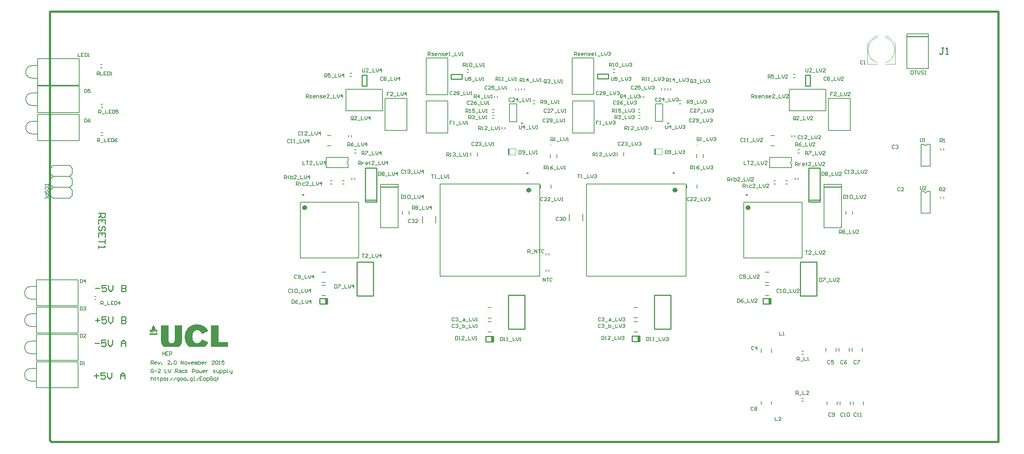
<source format=gto>
%FSTAX23Y23*%
%MOIN*%
%SFA1B1*%

%IPPOS*%
%ADD47C,0.009843*%
%ADD49C,0.019685*%
%ADD76C,0.009843*%
%ADD77C,0.023622*%
%ADD78C,0.003937*%
%ADD79C,0.007874*%
%ADD80C,0.005118*%
%ADD81C,0.003937*%
%ADD82C,0.005905*%
%ADD83C,0.001181*%
%ADD84C,0.005905*%
%ADD85R,0.025197X0.050000*%
%LNlv1-1*%
%LPD*%
G36*
X06779Y03115D02*
X0678Y03114D01*
X06781Y03112*
Y03111*
Y03111*
X0678Y03109*
X06779Y03108*
X06778Y03107*
X06776*
X06775Y03108*
X06774Y03109*
X06773Y03111*
Y03111*
Y03112*
X06774Y03114*
X06775Y03115*
X06776Y03115*
X06778*
X06779Y03115*
G37*
G36*
X05444Y03114D02*
X05445Y03112D01*
X05446Y03111*
Y0311*
Y03109*
X05445Y03108*
X05444Y03107*
X05442Y03106*
X05441*
X0544Y03107*
X05438Y03108*
X05438Y03109*
Y0311*
Y03111*
X05438Y03112*
X0544Y03114*
X05441Y03114*
X05442*
X05444Y03114*
G37*
G54D47*
X05864Y03716D02*
Y03761D01*
Y03716D02*
X05964D01*
X05864Y03761D02*
X05964D01*
Y03716D02*
Y03761D01*
X06392Y03027D02*
Y03074D01*
X06181Y01363D02*
X06251D01*
X06181Y01313D02*
X06251D01*
X06181D02*
Y01363D01*
X06536Y01428D02*
Y01738D01*
X06386D02*
X06536D01*
X06386Y01428D02*
Y01738D01*
Y01428D02*
X06536D01*
X05201Y01427D02*
Y01737D01*
X05051D02*
X05201D01*
X05051Y01427D02*
Y01737D01*
Y01427D02*
X05201D01*
X04846Y01362D02*
X04916D01*
X04846Y01312D02*
X04916D01*
X04846D02*
Y01362D01*
X05057Y03026D02*
Y03074D01*
X04529Y03714D02*
Y03759D01*
Y03714D02*
X04629D01*
X04529Y03759D02*
X04629D01*
Y03714D02*
Y03759D01*
X08691Y04105D02*
X08888D01*
X03745Y02607D02*
Y02902D01*
X0385*
Y02607D02*
Y02902D01*
X03745Y02607D02*
X0385D01*
Y02592D02*
Y02607D01*
X03745Y02592D02*
X0385D01*
X03745D02*
Y02607D01*
X0333Y01707D02*
X034D01*
X0333Y01657D02*
X034D01*
X0333D02*
Y01707D01*
X0382Y01732D02*
Y02042D01*
X0367D02*
X0382D01*
X0367Y01732D02*
Y02042D01*
Y01732D02*
X0382D01*
X03885Y02727D02*
X04045D01*
X03715Y03652D02*
X0376D01*
Y03752*
X03715Y03652D02*
Y03752D01*
X0376*
X07795Y02607D02*
Y02902D01*
X079*
Y02607D02*
Y02902D01*
X07795Y02607D02*
X079D01*
Y02592D02*
Y02607D01*
X07795Y02592D02*
X079D01*
X07795D02*
Y02607D01*
X0738Y01707D02*
X0745D01*
X0738Y01657D02*
X0745D01*
X0738D02*
Y01707D01*
X0787Y01732D02*
Y02042D01*
X0772D02*
X0787D01*
X0772Y01732D02*
Y02042D01*
Y01732D02*
X0787D01*
X07935Y02727D02*
X08095D01*
X07765Y03652D02*
X0781D01*
Y03752*
X07765Y03652D02*
Y03752D01*
X0781*
X01275Y01298D02*
X01314D01*
X01375Y01327D02*
X01335D01*
Y01298*
X01355Y01307*
X01364*
X01375Y01298*
Y01277*
X01364Y01268*
X01344*
X01335Y01277*
X01394Y01327D02*
Y01287D01*
X01414Y01268*
X01435Y01287*
Y01327*
X01514Y01268D02*
Y01307D01*
X01535Y01327*
X01555Y01307*
Y01268*
Y01298*
X01514*
X01309Y02486D02*
X01369D01*
Y02456*
X01359Y02446*
X01339*
X01329Y02456*
Y02486*
Y02466D02*
X01309Y02446D01*
X01369Y02386D02*
Y02426D01*
X01309*
Y02386*
X01339Y02426D02*
Y02406D01*
X01359Y02326D02*
X01369Y02336D01*
Y02356*
X01359Y02366*
X01349*
X01339Y02356*
Y02336*
X01329Y02326*
X01319*
X01309Y02336*
Y02356*
X01319Y02366*
X01369Y02266D02*
Y02306D01*
X01309*
Y02266*
X01339Y02306D02*
Y02286D01*
X01369Y02246D02*
Y02206D01*
Y02226*
X01309*
Y02186D02*
Y02166D01*
Y02176*
X01369*
X01359Y02186*
X09029Y04D02*
X09009D01*
X0902*
Y0395*
X09009Y0394*
X09*
X0899Y0395*
X0905Y0394D02*
X0907D01*
X09059*
Y04*
X0905Y0399*
X01279Y018D02*
X0132D01*
X01379Y01829D02*
X0134D01*
Y018*
X01359Y01809*
X0137*
X01379Y018*
Y01779*
X0137Y0177*
X0135*
X0134Y01779*
X014Y01829D02*
Y0179D01*
X0142Y0177*
X01439Y0179*
Y01829*
X0152D02*
Y0177D01*
X0155*
X01559Y01779*
Y0179*
X0155Y018*
X0152*
X0155*
X01559Y01809*
Y0182*
X0155Y01829*
X0152*
X01279Y01509D02*
X0132D01*
X013Y01529D02*
Y0149D01*
X01379Y0154D02*
X0134D01*
Y01509*
X01359Y0152*
X0137*
X01379Y01509*
Y0149*
X0137Y01479*
X0135*
X0134Y0149*
X014Y0154D02*
Y015D01*
X0142Y01479*
X01439Y015*
Y0154*
X0152D02*
Y01479D01*
X0155*
X01559Y0149*
Y015*
X0155Y01509*
X0152*
X0155*
X01559Y0152*
Y01529*
X0155Y0154*
X0152*
X0127Y01D02*
X01309D01*
X0129Y0102D02*
Y00979D01*
X0137Y01029D02*
X01329D01*
Y01*
X0135Y01009*
X01359*
X0137Y01*
Y00979*
X01359Y0097*
X0134*
X01329Y00979*
X0139Y01029D02*
Y0099D01*
X01409Y0097*
X01429Y0099*
Y01029*
X01509Y0097D02*
Y01009D01*
X01529Y01029*
X0155Y01009*
Y0097*
Y01*
X01509*
G54D49*
X00866Y0433D02*
X09529D01*
X00866Y00409D02*
Y04329D01*
Y00407D02*
Y00409D01*
Y00407D02*
X00879Y00393D01*
X06809*
X09529*
Y0433*
G54D76*
X06516Y03311D02*
D01*
D01*
G75*
G03X06507I-00004J0D01*
G74*G01*
D01*
G75*
G03X06516I00004J0D01*
G74*G01*
X06566Y02855D02*
D01*
D01*
G75*
G03X06557I-00004J0D01*
G74*G01*
D01*
G75*
G03X06566I00004J0D01*
G74*G01*
X05231Y02853D02*
D01*
D01*
G75*
G03X05222I-00004J0D01*
G74*G01*
D01*
G75*
G03X05231I00004J0D01*
G74*G01*
X05181Y0331D02*
D01*
D01*
G75*
G03X05172I-00004J0D01*
G74*G01*
D01*
G75*
G03X05181I00004J0D01*
G74*G01*
X03183Y02655D02*
D01*
D01*
G75*
G03X03174I-00004J0D01*
G74*G01*
D01*
G75*
G03X03183I00004J0D01*
G74*G01*
X07233D02*
D01*
D01*
G75*
G03X07224I-00004J0D01*
G74*G01*
D01*
G75*
G03X07233I00004J0D01*
G74*G01*
G54D77*
X06586Y02699D02*
D01*
D01*
G75*
G03X06562I-00011J0D01*
G74*G01*
D01*
G75*
G03X06586I00011J0D01*
G74*G01*
X0525Y02698D02*
D01*
D01*
G75*
G03X05227I-00011J0D01*
G74*G01*
D01*
G75*
G03X0525I00011J0D01*
G74*G01*
X03203Y02538D02*
D01*
D01*
G75*
G03X0318I-00011J0D01*
G74*G01*
D01*
G75*
G03X03203I00011J0D01*
G74*G01*
X07253D02*
D01*
D01*
G75*
G03X0723I-00011J0D01*
G74*G01*
D01*
G75*
G03X07253I00011J0D01*
G74*G01*
G54D78*
X08497Y03863D02*
D01*
D01*
G75*
G03Y04096I-00037J00116D01*
G74*G01*
X08422D02*
D01*
D01*
G75*
G03Y03863I00037J-00116D01*
G74*G01*
X08497Y03851D02*
X08587D01*
Y04042*
X0852Y04107D02*
X08587Y04042D01*
X08497Y04107D02*
X0852D01*
X08398D02*
X08422D01*
X08331Y04042D02*
X08398Y04107D01*
X08331Y03851D02*
Y04042D01*
Y03851D02*
X08422D01*
G54D79*
X0885Y02686D02*
D01*
D01*
G75*
G03X08875I00012J0D01*
G74*G01*
X08851Y03117D02*
D01*
D01*
G75*
G03X08876I00012J0D01*
G74*G01*
X0359Y02962D02*
D01*
D01*
G75*
G03Y02937I0J-00012D01*
G74*G01*
X0764Y02962D02*
D01*
D01*
G75*
G03Y02937I0J-00012D01*
G74*G01*
X05636Y03908D02*
X05734D01*
X05636Y03573D02*
Y03908D01*
Y03573D02*
X05833D01*
Y03908*
X05734D02*
X05833D01*
X06009Y03775D02*
X06024D01*
X06009Y03803D02*
X06024D01*
X05638Y03514D02*
X05736D01*
X05638Y03221D02*
Y03514D01*
Y03221D02*
X05835D01*
Y03514*
X05736D02*
X05835D01*
X062Y01495D02*
X06232D01*
X062Y01401D02*
X06232D01*
X062Y01625D02*
X06232D01*
X062Y01531D02*
X06232D01*
X06613Y03517D02*
X06629D01*
X06613Y03489D02*
X06629D01*
X06777Y02717D02*
Y02748D01*
X06682Y02717D02*
Y02748D01*
X06104Y03012D02*
Y03044D01*
X06045Y03012D02*
Y03044D01*
X06396Y03489D02*
X06463D01*
X06396Y03326D02*
X06463D01*
X06396D02*
Y03489D01*
X06463Y03326D02*
Y03489D01*
X05765Y01911D02*
Y02754D01*
X06674Y01911D02*
Y02754D01*
X05765Y01911D02*
X06674D01*
X05765Y02754D02*
X06674D01*
X06831Y02995D02*
Y03026D01*
X06772Y02995D02*
Y03026D01*
X06508Y03614D02*
Y0363D01*
X06535Y03614D02*
Y0363D01*
X06481Y03614D02*
Y0363D01*
X06453Y03614D02*
Y0363D01*
X06261Y03545D02*
Y03561D01*
X06288Y03545D02*
Y03561D01*
X06242Y03381D02*
X06257D01*
X06242Y03354D02*
X06257D01*
X06331Y0326D02*
Y03275D01*
X06358Y0326D02*
Y03275D01*
X06242Y03409D02*
X06257D01*
X06242Y03437D02*
X06257D01*
X04906Y03408D02*
X04922D01*
X04906Y03435D02*
X04922D01*
X04996Y03259D02*
Y03274D01*
X05023Y03259D02*
Y03274D01*
X04906Y0338D02*
X04922D01*
X04906Y03353D02*
X04922D01*
X04925Y03544D02*
Y03559D01*
X04953Y03544D02*
Y03559D01*
X05145Y03613D02*
Y03629D01*
X05118Y03613D02*
Y03629D01*
X05173Y03613D02*
Y03629D01*
X052Y03613D02*
Y03629D01*
X05496Y02994D02*
Y03025D01*
X05437Y02994D02*
Y03025D01*
X04429Y0191D02*
Y02753D01*
X05339Y0191D02*
Y02753D01*
X04429Y0191D02*
X05339D01*
X04429Y02753D02*
X05339D01*
X05061Y03488D02*
X05128D01*
X05061Y03325D02*
X05128D01*
X05061D02*
Y03488D01*
X05128Y03325D02*
Y03488D01*
X04769Y03011D02*
Y03042D01*
X0471Y03011D02*
Y03042D01*
X05442Y02716D02*
Y02747D01*
X05347Y02716D02*
Y02747D01*
X05278Y03516D02*
X05294D01*
X05278Y03488D02*
X05294D01*
X04865Y01624D02*
X04896D01*
X04865Y01529D02*
X04896D01*
X04865Y01494D02*
X04896D01*
X04865Y014D02*
X04896D01*
X04302Y03513D02*
X04401D01*
X04302Y0322D02*
Y03513D01*
Y0322D02*
X04499D01*
Y03513*
X04401D02*
X04499D01*
X04674Y03774D02*
X04689D01*
X04674Y03801D02*
X04689D01*
X04301Y03907D02*
X04399D01*
X04301Y03572D02*
Y03907D01*
Y03572D02*
X04498D01*
Y03907*
X04399D02*
X04498D01*
X0879Y04127D02*
X08888D01*
Y03812D02*
Y04127D01*
X08691Y03812D02*
X08888D01*
X08691D02*
Y04127D01*
X0879*
X03621Y02794D02*
Y0281D01*
X03649Y02794D02*
Y0281D01*
X07671Y02794D02*
Y0281D01*
X07699Y02794D02*
Y0281D01*
X05396Y02105D02*
Y02121D01*
X05423Y02105D02*
Y02121D01*
X03647Y03038D02*
X03663D01*
X03647Y03066D02*
X03663D01*
X07697Y03038D02*
X07713D01*
X07697Y03066D02*
X07713D01*
X03591Y03184D02*
Y032D01*
X03619Y03184D02*
Y032D01*
X07641Y03184D02*
Y032D01*
X07669Y03184D02*
Y032D01*
X03607Y03766D02*
X03623D01*
X03607Y03738D02*
X03623D01*
X07657Y03756D02*
X07673D01*
X07657Y03728D02*
X07673D01*
X09028Y02623D02*
Y02639D01*
X09Y02623D02*
Y02639D01*
X09001Y03064D02*
Y0308D01*
X09029Y03064D02*
Y0308D01*
X05396Y01955D02*
Y01971D01*
X05423Y01955D02*
Y01971D01*
X04268Y02398D02*
Y02461D01*
X0439Y02398D02*
Y02461D01*
X05609Y02418D02*
Y02481D01*
X05731Y02418D02*
Y02481D01*
X08297Y00734D02*
Y00765D01*
X08202Y00734D02*
Y00765D01*
X08177Y00734D02*
Y00765D01*
X08082Y00734D02*
Y00765D01*
X08057Y00734D02*
Y00765D01*
X07962Y00734D02*
Y00765D01*
X07457Y00737D02*
Y00768D01*
X07362Y00737D02*
Y00768D01*
X08287Y01224D02*
Y01255D01*
X08192Y01224D02*
Y01255D01*
X08167Y01224D02*
Y01255D01*
X08072Y01224D02*
Y01255D01*
X08047Y01224D02*
Y01255D01*
X07952Y01224D02*
Y01255D01*
X07457Y01214D02*
Y01246D01*
X07362Y01214D02*
Y01246D01*
X08821Y02486D02*
Y02686D01*
Y02486D02*
X08905D01*
Y02686*
X08875D02*
X08905D01*
X08821D02*
X0885D01*
X08822Y02917D02*
Y03117D01*
Y02917D02*
X08905D01*
Y03117*
X08876D02*
X08905D01*
X08822D02*
X08851D01*
X01325Y03846D02*
X01341D01*
X01325Y03818D02*
X01341D01*
X03399Y03199D02*
X03431D01*
X03399Y03105D02*
X03431D01*
X03537Y02755D02*
X03553D01*
X03537Y02783D02*
X03553D01*
X0339Y02997D02*
X0359D01*
X0339Y02903D02*
Y02997D01*
Y02903D02*
X0359D01*
Y02937*
Y02962D02*
Y02997D01*
X04144Y02476D02*
Y02508D01*
X04085Y02476D02*
Y02508D01*
X03684Y02077D02*
Y02588D01*
X03152Y02077D02*
Y02588D01*
X03684*
X03152Y02077D02*
X03684D01*
X03349Y01855D02*
X03381D01*
X03349Y01949D02*
X03381D01*
X03568Y03424D02*
Y03522D01*
Y03424D02*
X03902D01*
Y0362*
X03568D02*
X03902D01*
X03568Y03522D02*
Y0362D01*
X03965Y02751D02*
X04045D01*
Y02353D02*
Y02751D01*
X03885Y02353D02*
X04045D01*
X03885D02*
Y02751D01*
X03965*
X03927Y03539D02*
X04025D01*
X03927Y03245D02*
Y03539D01*
Y03245D02*
X04124D01*
Y03539*
X04025D02*
X04124D01*
X03349Y01735D02*
X03381D01*
X03349Y01829D02*
X03381D01*
X03427Y02755D02*
X03443D01*
X03427Y02783D02*
X03443D01*
X07449Y03199D02*
X07481D01*
X07449Y03105D02*
X07481D01*
X07587Y02755D02*
X07603D01*
X07587Y02783D02*
X07603D01*
X0744Y02997D02*
X0764D01*
X0744Y02903D02*
Y02997D01*
Y02903D02*
X0764D01*
Y02937*
Y02962D02*
Y02997D01*
X08194Y02476D02*
Y02508D01*
X08135Y02476D02*
Y02508D01*
X07734Y02077D02*
Y02588D01*
X07202Y02077D02*
Y02588D01*
X07734*
X07202Y02077D02*
X07734D01*
X07399Y01855D02*
X07431D01*
X07399Y01949D02*
X07431D01*
X07618Y03424D02*
Y03522D01*
Y03424D02*
X07952D01*
Y0362*
X07618D02*
X07952D01*
X07618Y03522D02*
Y0362D01*
X08015Y02751D02*
X08095D01*
Y02353D02*
Y02751D01*
X07935Y02353D02*
X08095D01*
X07935D02*
Y02751D01*
X08015*
X07977Y03539D02*
X08075D01*
X07977Y03245D02*
Y03539D01*
Y03245D02*
X08174D01*
Y03539*
X08075D02*
X08174D01*
X07399Y01735D02*
X07431D01*
X07399Y01829D02*
X07431D01*
X07477Y02755D02*
X07493D01*
X07477Y02783D02*
X07493D01*
X07732Y01196D02*
X07748D01*
X07732Y01223D02*
X07748D01*
X07732Y00766D02*
X07748D01*
X07732Y00793D02*
X07748D01*
X01272Y01723D02*
X01287D01*
X01272Y01696D02*
X01287D01*
X01332Y03483D02*
X01348D01*
X01332Y03456D02*
X01348D01*
X01332Y03223D02*
X01348D01*
X01332Y03196D02*
X01348D01*
G54D80*
X00691Y01066D02*
D01*
D01*
G75*
G03Y00952I0J-00057D01*
G74*G01*
Y01316D02*
D01*
D01*
G75*
G03Y01202I0J-00057D01*
G74*G01*
Y01566D02*
D01*
D01*
G75*
G03Y01452I0J-00057D01*
G74*G01*
Y01816D02*
D01*
D01*
G75*
G03Y01702I0J-00057D01*
G74*G01*
X00701Y03587D02*
D01*
D01*
G75*
G03Y03472I0J-00057D01*
G74*G01*
Y03327D02*
D01*
D01*
G75*
G03Y03212I0J-00057D01*
G74*G01*
Y03837D02*
D01*
D01*
G75*
G03Y03722I0J-00057D01*
G74*G01*
X00694Y01066D02*
X00738D01*
X00694Y00952D02*
X00738D01*
X00741Y01129D02*
X01121D01*
X00741Y0089D02*
Y01129D01*
Y0089D02*
X01121D01*
Y01129*
X00694Y01316D02*
X00738D01*
X00694Y01202D02*
X00738D01*
X00741Y01379D02*
X01121D01*
X00741Y0114D02*
Y01379D01*
Y0114D02*
X01121D01*
Y01379*
X00694Y01566D02*
X00738D01*
X00694Y01452D02*
X00738D01*
X00741Y01629D02*
X01121D01*
X00741Y0139D02*
Y01629D01*
Y0139D02*
X01121D01*
Y01629*
X00694Y01816D02*
X00738D01*
X00694Y01702D02*
X00738D01*
X00741Y01879D02*
X01121D01*
X00741Y0164D02*
Y01879D01*
Y0164D02*
X01121D01*
Y01879*
X00704Y03587D02*
X00748D01*
X00704Y03472D02*
X00748D01*
X00751Y0365D02*
X01131D01*
X00751Y03409D02*
Y0365D01*
Y03409D02*
X01131D01*
Y0365*
X00704Y03327D02*
X00748D01*
X00704Y03212D02*
X00748D01*
X00751Y0339D02*
X01131D01*
X00751Y0315D02*
Y0339D01*
Y0315D02*
X01131D01*
Y0339*
Y03659D02*
Y039D01*
X00751Y03659D02*
X01131D01*
X00751D02*
Y039D01*
X01131*
X00704Y03722D02*
X00748D01*
X00704Y03837D02*
X00748D01*
G54D81*
X06384Y03078D02*
X06455D01*
Y03023D02*
Y03078D01*
X06384Y03023D02*
X06455D01*
X06384D02*
Y03078D01*
X05049Y03077D02*
X0512D01*
Y03022D02*
Y03077D01*
X05049Y03022D02*
X0512D01*
X05049D02*
Y03077D01*
G54D82*
X01044Y02623D02*
X0107Y02648D01*
X01044Y02723D02*
X0107Y02698D01*
X01044Y02723D02*
X0107Y02748D01*
X01044Y02823D02*
X0107Y02798D01*
X00894Y02623D02*
X01044D01*
X0087Y02648D02*
X00894Y02623D01*
X0087Y02648D02*
Y02698D01*
X00894Y02723*
X0087Y02748D02*
X00894Y02723D01*
X0087Y02748D02*
Y02798D01*
X00894Y02823*
Y02723D02*
X01044D01*
X00894Y02823D02*
X01044D01*
X0107Y02748D02*
Y02798D01*
Y02648D02*
Y02698D01*
X01044Y02823D02*
X0107Y02848D01*
X01044Y02923D02*
X0107Y02898D01*
X0087Y02848D02*
X00894Y02823D01*
X0087Y02848D02*
Y02898D01*
X00894Y02923*
X01044*
X0107Y02848D02*
Y02898D01*
G54D83*
X02194Y0147D02*
X02216D01*
X02185Y01468D02*
X02224D01*
X02181Y01468D02*
X02231D01*
X02175Y01466D02*
X02235D01*
X02172Y01466D02*
X02238D01*
X0217Y01464D02*
X02242D01*
X02166Y01464D02*
X02246D01*
X01809Y01462D02*
X01809D01*
X02164D02*
X02248D01*
X02335D02*
X02401D01*
X01809Y01461D02*
X01809D01*
X01879D02*
X01944D01*
X02005D02*
X0207D01*
X02161D02*
X02251D01*
X02335D02*
X02401D01*
X01807Y01461D02*
X01811D01*
X01879D02*
X01944D01*
X02005D02*
X0207D01*
X02159D02*
X02253D01*
X02335D02*
X02401D01*
X01807Y01459D02*
X01811D01*
X01879D02*
X01944D01*
X02005D02*
X0207D01*
X02157D02*
X02255D01*
X02335D02*
X02401D01*
X01807Y01459D02*
X01811D01*
X01879D02*
X01944D01*
X02005D02*
X0207D01*
X02155D02*
X02257D01*
X02335D02*
X02401D01*
X01807Y01457D02*
X01811D01*
X01879D02*
X01944D01*
X02005D02*
X0207D01*
X02153D02*
X02259D01*
X02335D02*
X02401D01*
X01807Y01457D02*
X01811D01*
X01879D02*
X01944D01*
X02005D02*
X0207D01*
X02151D02*
X02261D01*
X02335D02*
X02401D01*
X01807Y01455D02*
X01811D01*
X01879D02*
X01944D01*
X02005D02*
X0207D01*
X0215D02*
X02264D01*
X02335D02*
X02401D01*
X01807Y01455D02*
X01811D01*
X01879D02*
X01944D01*
X02005D02*
X0207D01*
X02148D02*
X02266D01*
X02335D02*
X02401D01*
X01807Y01453D02*
X01812D01*
X01879D02*
X01944D01*
X02005D02*
X0207D01*
X02146D02*
X02268D01*
X02335D02*
X02401D01*
X01807Y01453D02*
X01811D01*
X01879D02*
X01944D01*
X02005D02*
X0207D01*
X02144D02*
X02268D01*
X02335D02*
X02401D01*
X01805Y01451D02*
X01812D01*
X01879D02*
X01944D01*
X02005D02*
X0207D01*
X02144D02*
X0227D01*
X02335D02*
X02401D01*
X01805Y01451D02*
X01814D01*
X01879D02*
X01944D01*
X02005D02*
X0207D01*
X02142D02*
X02272D01*
X02335D02*
X02401D01*
X01803Y0145D02*
X01816D01*
X01879D02*
X01944D01*
X02005D02*
X0207D01*
X0214D02*
X02274D01*
X02335D02*
X02401D01*
X01801Y01448D02*
X01818D01*
X01879D02*
X01944D01*
X02005D02*
X0207D01*
X02138D02*
X02274D01*
X02335D02*
X02401D01*
X01801Y01448D02*
X01818D01*
X01879D02*
X01944D01*
X02005D02*
X0207D01*
X02138D02*
X02277D01*
X02335D02*
X02401D01*
X018Y01446D02*
X0182D01*
X01879D02*
X01944D01*
X02005D02*
X0207D01*
X02137D02*
X02277D01*
X02335D02*
X02401D01*
X01798Y01446D02*
X0182D01*
X01879D02*
X01944D01*
X02005D02*
X0207D01*
X02135D02*
X02279D01*
X02335D02*
X02401D01*
X01798Y01444D02*
X0182D01*
X01879D02*
X01944D01*
X02005D02*
X0207D01*
X02133D02*
X02279D01*
X02335D02*
X02401D01*
X01796Y01444D02*
X01822D01*
X01879D02*
X01944D01*
X02005D02*
X0207D01*
X02133D02*
X02281D01*
X02335D02*
X02401D01*
X01796Y01442D02*
X01822D01*
X01879D02*
X01944D01*
X02005D02*
X0207D01*
X02131D02*
X02283D01*
X02335D02*
X02401D01*
X01796Y01442D02*
X01822D01*
X01879D02*
X01944D01*
X02005D02*
X0207D01*
X02131D02*
X02283D01*
X02335D02*
X02401D01*
X01796Y0144D02*
X01822D01*
X01879D02*
X01944D01*
X02005D02*
X0207D01*
X02129D02*
X02285D01*
X02335D02*
X02401D01*
X01796Y0144D02*
X01822D01*
X01879D02*
X01944D01*
X02005D02*
X0207D01*
X02129D02*
X02285D01*
X02335D02*
X02401D01*
X01796Y01438D02*
X01822D01*
X01879D02*
X01944D01*
X02005D02*
X0207D01*
X02127D02*
X02287D01*
X02335D02*
X02401D01*
X01796Y01438D02*
X01822D01*
X01879D02*
X01944D01*
X02005D02*
X0207D01*
X02127D02*
X02288D01*
X02335D02*
X02401D01*
X01796Y01437D02*
X01822D01*
X01879D02*
X01944D01*
X02005D02*
X0207D01*
X02125D02*
X0229D01*
X02335D02*
X02401D01*
X01796Y01435D02*
X01822D01*
X01879D02*
X01944D01*
X02005D02*
X0207D01*
X02125D02*
X0229D01*
X02335D02*
X02401D01*
X01794Y01435D02*
X01824D01*
X01879D02*
X01944D01*
X02005D02*
X0207D01*
X02124D02*
X0229D01*
X02335D02*
X02401D01*
X01794Y01433D02*
X01824D01*
X01879D02*
X01944D01*
X02005D02*
X0207D01*
X02124D02*
X02292D01*
X02335D02*
X02401D01*
X01794Y01433D02*
X01811D01*
X01811D02*
X01824D01*
X01879D02*
X01944D01*
X02005D02*
X0207D01*
X02122D02*
X02292D01*
X02335D02*
X02401D01*
X01794Y01431D02*
X01824D01*
X01879D02*
X01944D01*
X02005D02*
X0207D01*
X02122D02*
X02294D01*
X02335D02*
X02401D01*
X01794Y01431D02*
X01807D01*
X01809D02*
X01816D01*
X01816D02*
X01824D01*
X01879D02*
X01944D01*
X02005D02*
X0207D01*
X0212D02*
X02294D01*
X02335D02*
X02401D01*
X01794Y01429D02*
X01803D01*
X01805D02*
X01809D01*
X01809D02*
X01824D01*
X01879D02*
X01944D01*
X02005D02*
X0207D01*
X0212D02*
X02296D01*
X02335D02*
X02401D01*
X01794Y01429D02*
X018D01*
X01801D02*
X01803D01*
X01814D02*
X01824D01*
X01879D02*
X01944D01*
X02005D02*
X0207D01*
X0212D02*
X02296D01*
X02335D02*
X02401D01*
X01794Y01427D02*
X018D01*
X01818D02*
X01824D01*
X01879D02*
X01944D01*
X02005D02*
X0207D01*
X02118D02*
X02296D01*
X02335D02*
X02401D01*
X01794Y01427D02*
X01794D01*
X01824D02*
X01824D01*
X01879D02*
X01944D01*
X02005D02*
X0207D01*
X02118D02*
X02298D01*
X02335D02*
X02401D01*
X01805Y01425D02*
X01814D01*
X01879D02*
X01944D01*
X02005D02*
X0207D01*
X02116D02*
X02196D01*
X02196D02*
X02205D01*
X02207D02*
X02214D01*
X02214D02*
X02298D01*
X02335D02*
X02401D01*
X018Y01424D02*
X01818D01*
X01879D02*
X01944D01*
X02005D02*
X0207D01*
X02116D02*
X02198D01*
X022D02*
X023D01*
X02335D02*
X02401D01*
X01796Y01424D02*
X01822D01*
X01879D02*
X01944D01*
X02005D02*
X0207D01*
X02116D02*
X02201D01*
X02203D02*
X023D01*
X02335D02*
X02401D01*
X0179Y01422D02*
X01827D01*
X01879D02*
X01944D01*
X02005D02*
X0207D01*
X02114D02*
X02209D01*
X02209D02*
X02301D01*
X02335D02*
X02401D01*
X01785Y01422D02*
X01833D01*
X01879D02*
X01944D01*
X02005D02*
X0207D01*
X02114D02*
X02211D01*
X02212D02*
X02301D01*
X02335D02*
X02401D01*
X01781Y0142D02*
X01837D01*
X01879D02*
X01944D01*
X02005D02*
X0207D01*
X02114D02*
X0212D01*
X02122D02*
X02301D01*
X02335D02*
X02401D01*
X01777Y0142D02*
X01842D01*
X01879D02*
X01944D01*
X02005D02*
X0207D01*
X02114D02*
X02303D01*
X02335D02*
X02401D01*
X01774Y01418D02*
X01844D01*
X01879D02*
X01944D01*
X02005D02*
X0207D01*
X02112D02*
X02194D01*
X02196D02*
X02198D01*
X02218D02*
X02303D01*
X02335D02*
X02401D01*
X01774Y01418D02*
X01844D01*
X01879D02*
X01944D01*
X02005D02*
X0207D01*
X02112D02*
X02179D01*
X02181D02*
X02187D01*
X02188D02*
X02194D01*
X02222D02*
X02224D01*
X02225D02*
X02231D01*
X02233D02*
X02237D01*
X02238D02*
X02303D01*
X02335D02*
X02401D01*
X01775Y01416D02*
X01842D01*
X01879D02*
X01944D01*
X02005D02*
X0207D01*
X02111D02*
X0219D01*
X02224D02*
X0224D01*
X0224D02*
X02305D01*
X02335D02*
X02401D01*
X01775Y01416D02*
X01842D01*
X01879D02*
X01944D01*
X02005D02*
X0207D01*
X02111D02*
X0219D01*
X02227D02*
X02305D01*
X02335D02*
X02401D01*
X01777Y01414D02*
X01842D01*
X01879D02*
X01944D01*
X02005D02*
X0207D01*
X02111D02*
X02188D01*
X02229D02*
X02305D01*
X02335D02*
X02401D01*
X01777Y01414D02*
X01783D01*
X0179D02*
X01794D01*
X01801D02*
X01805D01*
X01812D02*
X01818D01*
X01824D02*
X01829D01*
X01835D02*
X0184D01*
X01879D02*
X01944D01*
X02005D02*
X0207D01*
X02109D02*
X02185D01*
X02231D02*
X02305D01*
X02335D02*
X02401D01*
X01779Y01412D02*
X01783D01*
X0179D02*
X01794D01*
X01801D02*
X01805D01*
X01812D02*
X01816D01*
X01824D02*
X01829D01*
X01835D02*
X0184D01*
X01879D02*
X01944D01*
X02005D02*
X0207D01*
X02109D02*
X02183D01*
X02183D02*
X02185D01*
X02231D02*
X02307D01*
X02335D02*
X02401D01*
X01779Y01411D02*
X01783D01*
X0179D02*
X01794D01*
X01801D02*
X01805D01*
X01814D02*
X01816D01*
X01824D02*
X01829D01*
X01835D02*
X0184D01*
X01879D02*
X01944D01*
X02005D02*
X0207D01*
X02109D02*
X02183D01*
X02233D02*
X02305D01*
X02335D02*
X02401D01*
X01779Y01411D02*
X01783D01*
X0179D02*
X01794D01*
X01801D02*
X01805D01*
X01812D02*
X01816D01*
X01824D02*
X01827D01*
X01835D02*
X0184D01*
X01879D02*
X01944D01*
X02005D02*
X0207D01*
X02109D02*
X02181D01*
X02235D02*
X0224D01*
X02242D02*
X02303D01*
X02335D02*
X02401D01*
X01779Y01409D02*
X01783D01*
X0179D02*
X01794D01*
X01801D02*
X01805D01*
X01814D02*
X01816D01*
X01824D02*
X01827D01*
X01837D02*
X0184D01*
X01879D02*
X01944D01*
X02005D02*
X0207D01*
X02107D02*
X0217D01*
X0217D02*
X02177D01*
X02179D02*
X02181D01*
X02235D02*
X02246D01*
X02248D02*
X0229D01*
X02292D02*
X02301D01*
X02335D02*
X02401D01*
X01779Y01409D02*
X01783D01*
X0179D02*
X01794D01*
X01801D02*
X01805D01*
X01814D02*
X01816D01*
X01824D02*
X01827D01*
X01837D02*
X0184D01*
X01879D02*
X01944D01*
X02005D02*
X0207D01*
X02107D02*
X02179D01*
X02237D02*
X02287D01*
X02288D02*
X023D01*
X02335D02*
X02401D01*
X01779Y01407D02*
X01783D01*
X0179D02*
X01794D01*
X01801D02*
X01805D01*
X01814D02*
X01816D01*
X01824D02*
X01827D01*
X01837D02*
X0184D01*
X01879D02*
X01944D01*
X02005D02*
X0207D01*
X02107D02*
X02179D01*
X02238D02*
X02298D01*
X02335D02*
X02401D01*
X01779Y01407D02*
X01783D01*
X0179D02*
X01794D01*
X01801D02*
X01805D01*
X01814D02*
X01816D01*
X01824D02*
X01827D01*
X01837D02*
X0184D01*
X01879D02*
X01944D01*
X02005D02*
X0207D01*
X02107D02*
X02172D01*
X02172D02*
X02177D01*
X02238D02*
X02283D01*
X02283D02*
X02296D01*
X02335D02*
X02401D01*
X01779Y01405D02*
X01783D01*
X0179D02*
X01794D01*
X01801D02*
X01805D01*
X01814D02*
X01816D01*
X01824D02*
X01827D01*
X01837D02*
X0184D01*
X01879D02*
X01944D01*
X02005D02*
X0207D01*
X02107D02*
X02177D01*
X0224D02*
X02294D01*
X02335D02*
X02401D01*
X01779Y01405D02*
X01783D01*
X0179D02*
X01794D01*
X01801D02*
X01805D01*
X01814D02*
X01816D01*
X01824D02*
X01827D01*
X01837D02*
X0184D01*
X01879D02*
X01944D01*
X02005D02*
X0207D01*
X02105D02*
X02175D01*
X0224D02*
X02242D01*
X02244D02*
X02292D01*
X02335D02*
X02401D01*
X01779Y01403D02*
X01783D01*
X0179D02*
X01794D01*
X01801D02*
X01805D01*
X01814D02*
X01816D01*
X01824D02*
X01827D01*
X01837D02*
X0184D01*
X01879D02*
X01944D01*
X02005D02*
X0207D01*
X02105D02*
X02174D01*
X02242D02*
X0229D01*
X02335D02*
X02401D01*
X01779Y01403D02*
X01783D01*
X0179D02*
X01794D01*
X01801D02*
X01805D01*
X01814D02*
X01816D01*
X01824D02*
X01827D01*
X01837D02*
X0184D01*
X01879D02*
X01944D01*
X02005D02*
X0207D01*
X02105D02*
X02174D01*
X02242D02*
X02288D01*
X02335D02*
X02401D01*
X01779Y01401D02*
X01783D01*
X0179D02*
X01794D01*
X01801D02*
X01805D01*
X01814D02*
X01816D01*
X01824D02*
X01827D01*
X01837D02*
X0184D01*
X01879D02*
X01944D01*
X02005D02*
X0207D01*
X02105D02*
X02174D01*
X02242D02*
X02248D01*
X02248D02*
X0227D01*
X0227D02*
X02277D01*
X02279D02*
X02285D01*
X02335D02*
X02401D01*
X01779Y01401D02*
X01783D01*
X0179D02*
X01794D01*
X01801D02*
X01805D01*
X01814D02*
X01816D01*
X01824D02*
X01827D01*
X01837D02*
X0184D01*
X01879D02*
X01944D01*
X02005D02*
X0207D01*
X02103D02*
X02172D01*
X02244D02*
X02266D01*
X02266D02*
X02283D01*
X02335D02*
X02401D01*
X01779Y014D02*
X01783D01*
X0179D02*
X01794D01*
X01801D02*
X01805D01*
X01814D02*
X01816D01*
X01824D02*
X01827D01*
X01837D02*
X0184D01*
X01879D02*
X01944D01*
X02005D02*
X0207D01*
X02103D02*
X02172D01*
X02244D02*
X02272D01*
X02274D02*
X02281D01*
X02335D02*
X02401D01*
X01779Y01398D02*
X01783D01*
X0179D02*
X01794D01*
X01801D02*
X01805D01*
X01814D02*
X01816D01*
X01824D02*
X01827D01*
X01837D02*
X0184D01*
X01879D02*
X01944D01*
X02005D02*
X0207D01*
X02103D02*
X02172D01*
X02244D02*
X02279D01*
X02335D02*
X02401D01*
X01837Y01398D02*
X0184D01*
X01879D02*
X01944D01*
X02005D02*
X0207D01*
X02103D02*
X0217D01*
X02246D02*
X02277D01*
X02335D02*
X02401D01*
X01837Y01396D02*
X0184D01*
X01879D02*
X01944D01*
X02005D02*
X0207D01*
X02103D02*
X0217D01*
X02246D02*
X02275D01*
X02335D02*
X02401D01*
X01837Y01396D02*
X0184D01*
X01879D02*
X01944D01*
X02005D02*
X0207D01*
X02103D02*
X0217D01*
X02248D02*
X02274D01*
X02335D02*
X02401D01*
X01837Y01394D02*
X0184D01*
X01879D02*
X01944D01*
X02005D02*
X0207D01*
X02101D02*
X0217D01*
X02248D02*
X02272D01*
X02335D02*
X02401D01*
X01837Y01394D02*
X0184D01*
X01879D02*
X01944D01*
X02005D02*
X0207D01*
X02101D02*
X02168D01*
X02248D02*
X0225D01*
X02251D02*
X02261D01*
X02262D02*
X0227D01*
X02335D02*
X02401D01*
X01837Y01392D02*
X0184D01*
X01879D02*
X01944D01*
X02005D02*
X0207D01*
X02101D02*
X02168D01*
X02248D02*
X02255D01*
X02255D02*
X02259D01*
X02259D02*
X02268D01*
X02335D02*
X02401D01*
X01837Y01392D02*
X0184D01*
X01879D02*
X01944D01*
X02005D02*
X0207D01*
X02101D02*
X02168D01*
X02248D02*
X02266D01*
X02335D02*
X02401D01*
X01837Y0139D02*
X0184D01*
X01879D02*
X01944D01*
X02005D02*
X0207D01*
X02101D02*
X02161D01*
X02162D02*
X02168D01*
X0225D02*
X02264D01*
X02335D02*
X02401D01*
X01835Y0139D02*
X0184D01*
X01879D02*
X01944D01*
X02005D02*
X0207D01*
X02101D02*
X02168D01*
X0225D02*
X02261D01*
X02335D02*
X02401D01*
X01779Y01388D02*
X0184D01*
X01879D02*
X01944D01*
X02005D02*
X0207D01*
X02101D02*
X02166D01*
X02251D02*
X02259D01*
X02335D02*
X02401D01*
X01779Y01388D02*
X0184D01*
X01879D02*
X01944D01*
X02005D02*
X0207D01*
X021D02*
X02166D01*
X02251D02*
X02257D01*
X02335D02*
X02401D01*
X01775Y01387D02*
X01842D01*
X01879D02*
X01944D01*
X02005D02*
X0207D01*
X021D02*
X02166D01*
X02251D02*
X02255D01*
X02335D02*
X02401D01*
X01775Y01385D02*
X01842D01*
X01879D02*
X01944D01*
X02005D02*
X0207D01*
X021D02*
X02166D01*
X02251D02*
X02253D01*
X02335D02*
X02401D01*
X01775Y01385D02*
X01842D01*
X01879D02*
X01944D01*
X02005D02*
X0207D01*
X021D02*
X02161D01*
X02162D02*
X02166D01*
X02335D02*
X02401D01*
X01775Y01383D02*
X01842D01*
X01879D02*
X01944D01*
X02005D02*
X0207D01*
X02098D02*
X02103D01*
X02103D02*
X02166D01*
X02335D02*
X02401D01*
X01775Y01383D02*
X01842D01*
X01879D02*
X01944D01*
X02005D02*
X0207D01*
X02098D02*
X02166D01*
X02335D02*
X02401D01*
X01772Y01381D02*
X01846D01*
X01879D02*
X01944D01*
X02005D02*
X0207D01*
X02098D02*
X02164D01*
X02335D02*
X02401D01*
X01772Y01381D02*
X01846D01*
X01879D02*
X01944D01*
X02005D02*
X0207D01*
X02098D02*
X02164D01*
X02335D02*
X02401D01*
X01772Y01379D02*
X01846D01*
X01879D02*
X01944D01*
X02005D02*
X0207D01*
X02098D02*
X02164D01*
X02335D02*
X02401D01*
X01772Y01379D02*
X01846D01*
X01879D02*
X01944D01*
X02005D02*
X0207D01*
X02098D02*
X02164D01*
X02335D02*
X02401D01*
X01879Y01377D02*
X01944D01*
X02005D02*
X0207D01*
X02098D02*
X02164D01*
X02335D02*
X02401D01*
X01879Y01377D02*
X01944D01*
X02005D02*
X0207D01*
X02098D02*
X02164D01*
X02335D02*
X02401D01*
X01879Y01375D02*
X01944D01*
X02005D02*
X0207D01*
X02098D02*
X02164D01*
X02335D02*
X02401D01*
X01879Y01374D02*
X01944D01*
X02005D02*
X0207D01*
X02098D02*
X02164D01*
X02335D02*
X02401D01*
X01879Y01374D02*
X01944D01*
X02005D02*
X0207D01*
X02098D02*
X02164D01*
X02335D02*
X02401D01*
X01879Y01372D02*
X01944D01*
X02005D02*
X0207D01*
X02096D02*
X02164D01*
X02335D02*
X02401D01*
X01879Y01372D02*
X01944D01*
X02005D02*
X0207D01*
X02096D02*
X02164D01*
X02335D02*
X02401D01*
X01879Y0137D02*
X01944D01*
X02005D02*
X0207D01*
X02096D02*
X02164D01*
X02335D02*
X02401D01*
X01879Y0137D02*
X01944D01*
X02005D02*
X0207D01*
X02096D02*
X02164D01*
X02335D02*
X02401D01*
X01879Y01368D02*
X01944D01*
X02005D02*
X0207D01*
X02096D02*
X02164D01*
X02335D02*
X02401D01*
X01879Y01368D02*
X01944D01*
X02005D02*
X0207D01*
X02096D02*
X02164D01*
X02335D02*
X02401D01*
X01879Y01366D02*
X01944D01*
X02005D02*
X0207D01*
X02096D02*
X02162D01*
X02335D02*
X02401D01*
X01879Y01366D02*
X01944D01*
X02005D02*
X0207D01*
X02096D02*
X02162D01*
X02335D02*
X02401D01*
X01879Y01364D02*
X01944D01*
X02005D02*
X0207D01*
X02096D02*
X02162D01*
X02335D02*
X02401D01*
X01879Y01364D02*
X01944D01*
X02005D02*
X0207D01*
X02096D02*
X02162D01*
X02335D02*
X02401D01*
X01879Y01362D02*
X01944D01*
X02005D02*
X0207D01*
X02096D02*
X02162D01*
X02335D02*
X02401D01*
X01879Y01361D02*
X01944D01*
X02005D02*
X0207D01*
X02096D02*
X02162D01*
X02335D02*
X02401D01*
X01879Y01361D02*
X01944D01*
X02005D02*
X0207D01*
X02096D02*
X02162D01*
X02335D02*
X02401D01*
X01879Y01359D02*
X01944D01*
X02005D02*
X0207D01*
X02096D02*
X02162D01*
X02335D02*
X02401D01*
X01879Y01359D02*
X01944D01*
X02005D02*
X0207D01*
X02096D02*
X02162D01*
X02335D02*
X02401D01*
X01879Y01357D02*
X01944D01*
X02005D02*
X0207D01*
X02096D02*
X02162D01*
X02335D02*
X02401D01*
X01879Y01357D02*
X01944D01*
X02005D02*
X0207D01*
X02096D02*
X02162D01*
X02335D02*
X02401D01*
X01879Y01355D02*
X01944D01*
X02005D02*
X0207D01*
X02096D02*
X02162D01*
X02335D02*
X02401D01*
X01879Y01355D02*
X01944D01*
X02005D02*
X0207D01*
X02096D02*
X02162D01*
X02335D02*
X02401D01*
X01879Y01353D02*
X01944D01*
X02005D02*
X0207D01*
X02096D02*
X02164D01*
X02335D02*
X02401D01*
X01879Y01353D02*
X01944D01*
X02005D02*
X0207D01*
X02096D02*
X02164D01*
X02335D02*
X02401D01*
X01879Y01351D02*
X01944D01*
X02005D02*
X0207D01*
X02096D02*
X02164D01*
X02335D02*
X02401D01*
X01879Y01351D02*
X01944D01*
X02005D02*
X0207D01*
X02096D02*
X02164D01*
X02335D02*
X02401D01*
X01879Y0135D02*
X01944D01*
X02005D02*
X0207D01*
X02096D02*
X02164D01*
X02335D02*
X02401D01*
X01879Y01348D02*
X01944D01*
X02005D02*
X0207D01*
X02096D02*
X02164D01*
X02335D02*
X02401D01*
X01879Y01348D02*
X01944D01*
X02005D02*
X0207D01*
X02096D02*
X02164D01*
X02335D02*
X02401D01*
X01879Y01346D02*
X01944D01*
X02005D02*
X0207D01*
X02096D02*
X02164D01*
X02335D02*
X02401D01*
X01879Y01346D02*
X01944D01*
X02005D02*
X0207D01*
X02096D02*
X02164D01*
X02335D02*
X02401D01*
X01879Y01344D02*
X01944D01*
X02005D02*
X0207D01*
X02096D02*
X02164D01*
X02335D02*
X02401D01*
X01879Y01344D02*
X01944D01*
X02005D02*
X0207D01*
X02096D02*
X02164D01*
X02335D02*
X02401D01*
X01879Y01342D02*
X01944D01*
X02005D02*
X0207D01*
X02096D02*
X02164D01*
X02335D02*
X02401D01*
X01879Y01342D02*
X01944D01*
X02005D02*
X0207D01*
X02096D02*
X02164D01*
X02335D02*
X02401D01*
X01879Y0134D02*
X01944D01*
X02005D02*
X0207D01*
X02096D02*
X02164D01*
X02335D02*
X02401D01*
X01879Y0134D02*
X01944D01*
X02005D02*
X0207D01*
X02098D02*
X02164D01*
X02335D02*
X02401D01*
X01879Y01338D02*
X01944D01*
X02005D02*
X0207D01*
X02098D02*
X02164D01*
X02335D02*
X02401D01*
X01879Y01338D02*
X01944D01*
X02005D02*
X0207D01*
X02098D02*
X02166D01*
X02335D02*
X02401D01*
X01879Y01337D02*
X01944D01*
X02005D02*
X0207D01*
X02098D02*
X02166D01*
X02335D02*
X02401D01*
X01879Y01335D02*
X01944D01*
X02005D02*
X0207D01*
X02098D02*
X02166D01*
X02335D02*
X02401D01*
X01879Y01335D02*
X01944D01*
X02005D02*
X0207D01*
X02098D02*
X02166D01*
X02335D02*
X02401D01*
X01879Y01333D02*
X01944D01*
X02005D02*
X0207D01*
X02098D02*
X02166D01*
X02335D02*
X02401D01*
X01879Y01333D02*
X01944D01*
X02005D02*
X0207D01*
X02098D02*
X02103D01*
X02103D02*
X02166D01*
X02251D02*
X02253D01*
X02335D02*
X02401D01*
X01879Y01331D02*
X01944D01*
X02005D02*
X0207D01*
X02098D02*
X02166D01*
X02251D02*
X02255D01*
X02335D02*
X02401D01*
X01879Y01331D02*
X01944D01*
X02005D02*
X0207D01*
X02098D02*
X02166D01*
X02251D02*
X02257D01*
X02335D02*
X02401D01*
X01879Y01329D02*
X01944D01*
X02005D02*
X0207D01*
X02098D02*
X02168D01*
X0225D02*
X02259D01*
X02335D02*
X02401D01*
X01879Y01329D02*
X01944D01*
X02005D02*
X0207D01*
X02098D02*
X02168D01*
X0225D02*
X02261D01*
X02335D02*
X02401D01*
X01879Y01327D02*
X01944D01*
X02005D02*
X0207D01*
X021D02*
X02168D01*
X0225D02*
X02262D01*
X02335D02*
X02401D01*
X01879Y01327D02*
X01944D01*
X02005D02*
X0207D01*
X021D02*
X02168D01*
X02248D02*
X02264D01*
X02335D02*
X02401D01*
X01879Y01325D02*
X01938D01*
X01938D02*
X01944D01*
X02005D02*
X02007D01*
X02007D02*
X0207D01*
X021D02*
X02168D01*
X02248D02*
X02266D01*
X02335D02*
X02401D01*
X01879Y01324D02*
X01944D01*
X02003D02*
X02066D01*
X02066D02*
X0207D01*
X021D02*
X02161D01*
X02162D02*
X0217D01*
X02248D02*
X02268D01*
X02335D02*
X02401D01*
X01879Y01324D02*
X01944D01*
X02003D02*
X0207D01*
X02101D02*
X02103D01*
X02105D02*
X0217D01*
X02248D02*
X02272D01*
X02335D02*
X02401D01*
X01879Y01322D02*
X01944D01*
X02003D02*
X0207D01*
X02101D02*
X0217D01*
X02246D02*
X02274D01*
X02335D02*
X02401D01*
X01879Y01322D02*
X01946D01*
X02003D02*
X0207D01*
X02101D02*
X0217D01*
X02246D02*
X02275D01*
X02335D02*
X02401D01*
X01879Y0132D02*
X01946D01*
X02003D02*
X0207D01*
X02101D02*
X02172D01*
X02246D02*
X02277D01*
X02335D02*
X02401D01*
X01879Y0132D02*
X01946D01*
X02003D02*
X02068D01*
X02101D02*
X02172D01*
X02246D02*
X02279D01*
X02335D02*
X02401D01*
X01879Y01318D02*
X01946D01*
X02003D02*
X02068D01*
X02101D02*
X02172D01*
X02244D02*
X02281D01*
X02335D02*
X02401D01*
X01879Y01318D02*
X01946D01*
X02003D02*
X02068D01*
X02103D02*
X02172D01*
X02244D02*
X02283D01*
X02335D02*
X02401D01*
X01879Y01316D02*
X01946D01*
X02003D02*
X02068D01*
X02103D02*
X02174D01*
X02242D02*
X02285D01*
X02335D02*
X02401D01*
X01879Y01316D02*
X01946D01*
X02003D02*
X02068D01*
X02103D02*
X02174D01*
X02242D02*
X02288D01*
X02335D02*
X02401D01*
X01879Y01314D02*
X01946D01*
X02003D02*
X02068D01*
X02103D02*
X02175D01*
X02242D02*
X0229D01*
X02335D02*
X02401D01*
X01881Y01314D02*
X01948D01*
X02001D02*
X02068D01*
X02103D02*
X02111D01*
X02112D02*
X02175D01*
X0224D02*
X02292D01*
X02335D02*
X02401D01*
X01881Y01312D02*
X01948D01*
X02001D02*
X02068D01*
X02103D02*
X02107D01*
X02109D02*
X02177D01*
X0224D02*
X02294D01*
X02335D02*
X02401D01*
X01881Y01311D02*
X01948D01*
X02001D02*
X02068D01*
X02105D02*
X02177D01*
X02238D02*
X02296D01*
X02335D02*
X02401D01*
X01881Y01311D02*
X01948D01*
X02001D02*
X02068D01*
X02105D02*
X02179D01*
X02238D02*
X02298D01*
X02335D02*
X02401D01*
X01881Y01309D02*
X0195D01*
X02D02*
X02068D01*
X02105D02*
X02179D01*
X02238D02*
X02301D01*
X02335D02*
X02401D01*
X01881Y01309D02*
X0195D01*
X01998D02*
X02066D01*
X02105D02*
X02181D01*
X02235D02*
X02301D01*
X02335D02*
X02401D01*
X01881Y01307D02*
X01951D01*
X01998D02*
X02066D01*
X02105D02*
X02181D01*
X02235D02*
X02305D01*
X02335D02*
X02401D01*
X01881Y01307D02*
X01951D01*
X01998D02*
X02066D01*
X02107D02*
X02172D01*
X02172D02*
X02183D01*
X02233D02*
X02307D01*
X02335D02*
X02488D01*
X01881Y01305D02*
X01953D01*
X01996D02*
X02066D01*
X02107D02*
X02185D01*
X02231D02*
X02307D01*
X02335D02*
X02488D01*
X01881Y01305D02*
X01953D01*
X01996D02*
X02066D01*
X02107D02*
X02185D01*
X02231D02*
X02305D01*
X02335D02*
X02488D01*
X01883Y01303D02*
X01887D01*
X01888D02*
X01955D01*
X01994D02*
X02061D01*
X02061D02*
X02066D01*
X02107D02*
X02111D01*
X02111D02*
X02188D01*
X02229D02*
X02305D01*
X02335D02*
X02488D01*
X01883Y01303D02*
X01955D01*
X01992D02*
X02064D01*
X02109D02*
X0219D01*
X02227D02*
X02305D01*
X02335D02*
X02488D01*
X01883Y01301D02*
X01957D01*
X0199D02*
X02064D01*
X02109D02*
X02192D01*
X02224D02*
X02305D01*
X02335D02*
X02488D01*
X01883Y01301D02*
X01959D01*
X01988D02*
X02064D01*
X02109D02*
X02194D01*
X0222D02*
X02303D01*
X02335D02*
X02488D01*
X01883Y013D02*
X01946D01*
X01946D02*
X01961D01*
X01987D02*
X02D01*
X02001D02*
X02064D01*
X02109D02*
X022D01*
X02216D02*
X02303D01*
X02335D02*
X02488D01*
X01883Y01298D02*
X01966D01*
X01983D02*
X02057D01*
X02059D02*
X02064D01*
X02111D02*
X02303D01*
X02335D02*
X02488D01*
X01883Y01298D02*
X02064D01*
X02111D02*
X0212D01*
X0212D02*
X02303D01*
X02335D02*
X02488D01*
X01885Y01296D02*
X01888D01*
X0189D02*
X02062D01*
X02111D02*
X02116D01*
X02116D02*
X02301D01*
X02335D02*
X02488D01*
X01885Y01296D02*
X02062D01*
X02112D02*
X02301D01*
X02335D02*
X02488D01*
X01885Y01294D02*
X02061D01*
X02112D02*
X02301D01*
X02335D02*
X02488D01*
X01885Y01294D02*
X02061D01*
X02114D02*
X023D01*
X02335D02*
X02488D01*
X01885Y01292D02*
X02061D01*
X02114D02*
X023D01*
X02335D02*
X02488D01*
X01887Y01292D02*
X02061D01*
X02114D02*
X02298D01*
X02335D02*
X02488D01*
X01887Y0129D02*
X02059D01*
X02116D02*
X02298D01*
X02335D02*
X02488D01*
X01888Y0129D02*
X01894D01*
X01896D02*
X02059D01*
X02116D02*
X02298D01*
X02335D02*
X02488D01*
X01888Y01288D02*
X02053D01*
X02053D02*
X02059D01*
X02116D02*
X02296D01*
X02335D02*
X02488D01*
X01888Y01288D02*
X0189D01*
X01892D02*
X02059D01*
X02118D02*
X02118D01*
X0212D02*
X02292D01*
X02292D02*
X02296D01*
X02335D02*
X02488D01*
X0189Y01287D02*
X02057D01*
X02118D02*
X02294D01*
X02335D02*
X02488D01*
X0189Y01285D02*
X02057D01*
X02118D02*
X02294D01*
X02335D02*
X02488D01*
X0189Y01285D02*
X01896D01*
X01896D02*
X02057D01*
X0212D02*
X02294D01*
X02335D02*
X02488D01*
X0189Y01283D02*
X02055D01*
X0212D02*
X02292D01*
X02335D02*
X02488D01*
X01892Y01283D02*
X02055D01*
X02122D02*
X02292D01*
X02335D02*
X02488D01*
X01892Y01281D02*
X01903D01*
X01903D02*
X02044D01*
X02046D02*
X02051D01*
X02051D02*
X02055D01*
X02122D02*
X02124D01*
X02124D02*
X02285D01*
X02285D02*
X0229D01*
X02335D02*
X02488D01*
X01892Y01281D02*
X02053D01*
X02124D02*
X0229D01*
X02335D02*
X02488D01*
X01894Y01279D02*
X02053D01*
X02124D02*
X02288D01*
X02335D02*
X02488D01*
X01894Y01279D02*
X019D01*
X01901D02*
X02042D01*
X02042D02*
X02051D01*
X02124D02*
X02129D01*
X02129D02*
X02288D01*
X02335D02*
X02488D01*
X01896Y01277D02*
X02046D01*
X02048D02*
X02051D01*
X02125D02*
X02287D01*
X02335D02*
X02488D01*
X01896Y01277D02*
X0205D01*
X02127D02*
X02285D01*
X02335D02*
X02488D01*
X01898Y01275D02*
X0205D01*
X02127D02*
X02285D01*
X02335D02*
X02488D01*
X01898Y01274D02*
X02048D01*
X02129D02*
X02283D01*
X02335D02*
X02488D01*
X01898Y01274D02*
X01909D01*
X01909D02*
X02037D01*
X02038D02*
X02048D01*
X02129D02*
X02133D01*
X02133D02*
X02137D01*
X02138D02*
X02142D01*
X02144D02*
X02277D01*
X02277D02*
X02283D01*
X02335D02*
X02488D01*
X019Y01272D02*
X02042D01*
X02042D02*
X02046D01*
X02131D02*
X02281D01*
X02335D02*
X02488D01*
X01903Y01272D02*
X01911D01*
X01912D02*
X02046D01*
X02131D02*
X02281D01*
X02335D02*
X02488D01*
X01901Y0127D02*
X02044D01*
X02133D02*
X02279D01*
X02335D02*
X02488D01*
X01903Y0127D02*
X02042D01*
X02135D02*
X02277D01*
X02335D02*
X02488D01*
X01905Y01268D02*
X01907D01*
X01909D02*
X02035D01*
X02035D02*
X02042D01*
X02135D02*
X02138D01*
X0214D02*
X02277D01*
X02335D02*
X02488D01*
X01905Y01268D02*
X0204D01*
X02137D02*
X02275D01*
X02335D02*
X02488D01*
X01907Y01266D02*
X02038D01*
X02138D02*
X02274D01*
X02335D02*
X02488D01*
X01909Y01266D02*
X02038D01*
X0214D02*
X02272D01*
X02335D02*
X02488D01*
G54D84*
X05655Y03931D02*
Y03962D01*
X0567*
X05676Y03957*
Y03946*
X0567Y03941*
X05655*
X05665D02*
X05676Y03931D01*
X05686D02*
X05702D01*
X05707Y03936*
X05702Y03941*
X05692*
X05686Y03946*
X05692Y03951*
X05707*
X05733Y03931D02*
X05723D01*
X05718Y03936*
Y03946*
X05723Y03951*
X05733*
X05739Y03946*
Y03941*
X05718*
X05749Y03931D02*
Y03951D01*
X05765*
X0577Y03946*
Y03931*
X05781D02*
X05796D01*
X05802Y03936*
X05796Y03941*
X05786*
X05781Y03946*
X05786Y03951*
X05802*
X05828Y03931D02*
X05818D01*
X05812Y03936*
Y03946*
X05818Y03951*
X05828*
X05833Y03946*
Y03941*
X05812*
X05844Y03931D02*
X05854D01*
X05849*
Y03962*
X05844Y03957*
X0587Y03925D02*
X05891D01*
X05901Y03962D02*
Y03931D01*
X05922*
X05933Y03962D02*
Y03941D01*
X05943Y03931*
X05954Y03941*
Y03962*
X05964Y03957D02*
X0597Y03962D01*
X0598*
X05985Y03957*
Y03951*
X0598Y03946*
X05975*
X0598*
X05985Y03941*
Y03936*
X0598Y03931*
X0597*
X05964Y03936*
X05975Y03831D02*
Y03862D01*
X0599*
X05996Y03857*
Y03846*
X0599Y03841*
X05975*
X05985D02*
X05996Y03831D01*
X06006D02*
X06017D01*
X06012*
Y03862*
X06006Y03857*
X06033D02*
X06038Y03862D01*
X06048*
X06053Y03857*
Y03836*
X06048Y03831*
X06038*
X06033Y03836*
Y03857*
X06064Y03825D02*
X06085D01*
X06096Y03862D02*
Y03831D01*
X06116*
X06127Y03862D02*
Y03841D01*
X06137Y03831*
X06148Y03841*
Y03862*
X06159Y03857D02*
X06164Y03862D01*
X06174*
X06179Y03857*
Y03851*
X06174Y03846*
X06169*
X06174*
X06179Y03841*
Y03836*
X06174Y03831*
X06164*
X06159Y03836*
X05876Y03332D02*
X05855D01*
Y03316*
X05865*
X05855*
Y03301*
X05886D02*
X05897D01*
X05892*
Y03332*
X05886Y03327*
X05912Y03295D02*
X05933D01*
X05944Y03332D02*
Y03301D01*
X05965*
X05975Y03332D02*
Y03311D01*
X05986Y03301*
X05996Y03311*
Y03332*
X06007Y03327D02*
X06012Y03332D01*
X06023*
X06028Y03327*
Y03322*
X06023Y03316*
X06018*
X06023*
X06028Y03311*
Y03306*
X06023Y03301*
X06012*
X06007Y03306*
X05995Y03732D02*
Y03706D01*
X06Y03701*
X06011*
X06016Y03706*
Y03732*
X06047D02*
X06026D01*
Y03716*
X06037Y03722*
X06042*
X06047Y03716*
Y03706*
X06042Y03701*
X06031*
X06026Y03706*
X06058Y03695D02*
X06079D01*
X06089Y03732D02*
Y03701D01*
X0611*
X06121Y03732D02*
Y03711D01*
X06131Y03701*
X06142Y03711*
Y03732*
X06152Y03727D02*
X06157Y03732D01*
X06168*
X06173Y03727*
Y03722*
X06168Y03716*
X06163*
X06168*
X06173Y03711*
Y03706*
X06168Y03701*
X06157*
X06152Y03706*
X05876Y03597D02*
X0587Y03602D01*
X0586*
X05855Y03597*
Y03576*
X0586Y03571*
X0587*
X05876Y03576*
X05907Y03571D02*
X05886D01*
X05907Y03592*
Y03597*
X05902Y03602*
X05892*
X05886Y03597*
X05918D02*
X05923Y03602D01*
X05933*
X05939Y03597*
Y03592*
X05933Y03587*
X05939Y03581*
Y03576*
X05933Y03571*
X05923*
X05918Y03576*
Y03581*
X05923Y03587*
X05918Y03592*
Y03597*
X05923Y03587D02*
X05933D01*
X05949Y03565D02*
X0597D01*
X05981Y03602D02*
Y03571D01*
X06002*
X06012Y03602D02*
Y03581D01*
X06023Y03571*
X06033Y03581*
Y03602*
X06044Y03597D02*
X06049Y03602D01*
X06059*
X06065Y03597*
Y03592*
X06059Y03587*
X06054*
X06059*
X06065Y03581*
Y03576*
X06059Y03571*
X06049*
X06044Y03576*
X05896Y01467D02*
X0589Y01472D01*
X0588*
X05875Y01467*
Y01446*
X0588Y0144*
X0589*
X05896Y01446*
X05906Y01467D02*
X05912Y01472D01*
X05922*
X05927Y01467*
Y01462*
X05922Y01456*
X05917*
X05922*
X05927Y01451*
Y01446*
X05922Y0144*
X05912*
X05906Y01446*
X05938Y01435D02*
X05959D01*
X05969Y01472D02*
Y0144D01*
X05985*
X0599Y01446*
Y01451*
Y01456*
X05985Y01462*
X05969*
X06001Y01435D02*
X06022D01*
X06032Y01472D02*
Y0144D01*
X06053*
X06064Y01472D02*
Y01451D01*
X06074Y0144*
X06085Y01451*
Y01472*
X06095Y01467D02*
X061Y01472D01*
X06111*
X06116Y01467*
Y01462*
X06111Y01456*
X06106*
X06111*
X06116Y01451*
Y01446*
X06111Y0144*
X061*
X06095Y01446*
X05896Y01527D02*
X0589Y01532D01*
X0588*
X05875Y01527*
Y01506*
X0588Y01501*
X0589*
X05896Y01506*
X05906Y01527D02*
X05912Y01532D01*
X05922*
X05927Y01527*
Y01522*
X05922Y01516*
X05917*
X05922*
X05927Y01511*
Y01506*
X05922Y01501*
X05912*
X05906Y01506*
X05938Y01495D02*
X05959D01*
X05974Y01522D02*
X05985D01*
X0599Y01516*
Y01501*
X05974*
X05969Y01506*
X05974Y01511*
X0599*
X06001Y01495D02*
X06022D01*
X06032Y01532D02*
Y01501D01*
X06053*
X06064Y01532D02*
Y01511D01*
X06074Y01501*
X06085Y01511*
Y01532*
X06095Y01527D02*
X061Y01532D01*
X06111*
X06116Y01527*
Y01522*
X06111Y01516*
X06106*
X06111*
X06116Y01511*
Y01506*
X06111Y01501*
X061*
X06095Y01506*
X06684Y0349D02*
Y03522D01*
X067*
X06705Y03517*
Y03506*
X067Y03501*
X06684*
X06695D02*
X06705Y0349D01*
X06716Y03496D02*
X06721Y0349D01*
X06731*
X06737Y03496*
Y03517*
X06731Y03522*
X06721*
X06716Y03517*
Y03512*
X06721Y03506*
X06737*
X06747Y03485D02*
X06768D01*
X06779Y03522D02*
Y0349D01*
X068*
X0681Y03522D02*
Y03501D01*
X06821Y0349*
X06831Y03501*
Y03522*
X06842Y03517D02*
X06847Y03522D01*
X06857*
X06862Y03517*
Y03512*
X06857Y03506*
X06852*
X06857*
X06862Y03501*
Y03496*
X06857Y0349*
X06847*
X06842Y03496*
X06706Y02627D02*
X06701Y02632D01*
X0669*
X06685Y02627*
Y02606*
X0669Y02601*
X06701*
X06706Y02606*
X06737Y02601D02*
X06716D01*
X06737Y02622*
Y02627*
X06732Y02632*
X06722*
X06716Y02627*
X06769Y02601D02*
X06748D01*
X06769Y02622*
Y02627*
X06764Y02632*
X06753*
X06748Y02627*
X06779Y02595D02*
X068D01*
X06811Y02632D02*
Y02601D01*
X06832*
X06842Y02632D02*
Y02611D01*
X06853Y02601*
X06863Y02611*
Y02632*
X06874Y02627D02*
X06879Y02632D01*
X06889*
X06895Y02627*
Y02622*
X06889Y02616*
X06884*
X06889*
X06895Y02611*
Y02606*
X06889Y02601*
X06879*
X06874Y02606*
X06726Y03347D02*
X0672Y03352D01*
X0671*
X06705Y03347*
Y03326*
X0671Y03321*
X0672*
X06726Y03326*
X06757Y03321D02*
X06736D01*
X06757Y03342*
Y03347*
X06752Y03352*
X06742*
X06736Y03347*
X06768Y03326D02*
X06773Y03321D01*
X06783*
X06789Y03326*
Y03347*
X06783Y03352*
X06773*
X06768Y03347*
Y03342*
X06773Y03337*
X06789*
X06799Y03315D02*
X0682D01*
X06831Y03352D02*
Y03321D01*
X06852*
X06862Y03352D02*
Y03331D01*
X06873Y03321*
X06883Y03331*
Y03352*
X06894Y03347D02*
X06899Y03352D01*
X06909*
X06915Y03347*
Y03342*
X06909Y03337*
X06904*
X06909*
X06915Y03331*
Y03326*
X06909Y03321*
X06899*
X06894Y03326*
X05825Y03011D02*
Y03042D01*
X0584*
X05846Y03037*
Y03026*
X0584Y03021*
X05825*
X05835D02*
X05846Y03011D01*
X05856D02*
X05867D01*
X05862*
Y03042*
X05856Y03037*
X05883D02*
X05888Y03042D01*
X05898*
X05903Y03037*
Y03032*
X05898Y03026*
X05893*
X05898*
X05903Y03021*
Y03016*
X05898Y03011*
X05888*
X05883Y03016*
X05914Y03005D02*
X05935D01*
X05946Y03042D02*
Y03011D01*
X05966*
X05977Y03042D02*
Y03021D01*
X05987Y03011*
X05998Y03021*
Y03042*
X06009Y03037D02*
X06014Y03042D01*
X06024*
X06029Y03037*
Y03032*
X06024Y03026*
X06019*
X06024*
X06029Y03021*
Y03016*
X06024Y03011*
X06014*
X06009Y03016*
X06076Y03133D02*
X0607Y03138D01*
X0606*
X06055Y03133*
Y03112*
X0606Y03107*
X0607*
X06076Y03112*
X06107Y03107D02*
X06086D01*
X06107Y03127*
Y03133*
X06102Y03138*
X06092*
X06086Y03133*
X06118D02*
X06123Y03138D01*
X06133*
X06139Y03133*
Y03127*
X06133Y03122*
X06128*
X06133*
X06139Y03117*
Y03112*
X06133Y03107*
X06123*
X06118Y03112*
X06149Y03101D02*
X0617D01*
X06181Y03138D02*
Y03107D01*
X06202*
X06212Y03138D02*
Y03117D01*
X06223Y03107*
X06233Y03117*
Y03138*
X06244Y03133D02*
X06249Y03138D01*
X06259*
X06265Y03133*
Y03127*
X06259Y03122*
X06254*
X06259*
X06265Y03117*
Y03112*
X06259Y03107*
X06249*
X06244Y03112*
X06487Y03292D02*
Y03266D01*
X06492Y03261*
X06503*
X06508Y03266*
Y03292*
X06534Y03261D02*
Y03292D01*
X06518Y03276*
X06539*
X0655Y03255D02*
X06571D01*
X06581Y03292D02*
Y03261D01*
X06602*
X06613Y03292D02*
Y03271D01*
X06624Y03261*
X06634Y03271*
Y03292*
X06644Y03287D02*
X0665Y03292D01*
X0666*
X06665Y03287*
Y03282*
X0666Y03276*
X06655*
X0666*
X06665Y03271*
Y03266*
X0666Y03261*
X0665*
X06644Y03266*
X05685Y02842D02*
X05706D01*
X05695*
Y02811*
X05716D02*
X05727D01*
X05722*
Y02842*
X05716Y02837*
X05742Y02805D02*
X05764D01*
X05774Y02842D02*
Y02811D01*
X05795*
X05805Y02842D02*
Y02821D01*
X05816Y02811*
X05826Y02821*
Y02842*
X05837Y02837D02*
X05842Y02842D01*
X05853*
X05858Y02837*
Y02832*
X05853Y02826*
X05848*
X05853*
X05858Y02821*
Y02816*
X05853Y02811*
X05842*
X05837Y02816*
X06715Y0289D02*
Y02922D01*
X06731*
X06736Y02917*
Y02906*
X06731Y02901*
X06715*
X06725D02*
X06736Y0289D01*
X06746D02*
X06757D01*
X06751*
Y02922*
X06746Y02917*
X06794Y02922D02*
X06783Y02917D01*
X06772Y02906*
Y02896*
X06778Y0289*
X06788*
X06794Y02896*
Y02901*
X06788Y02906*
X06772*
X06804Y02885D02*
X06825D01*
X06835Y02922D02*
Y0289D01*
X06857*
X06867Y02922D02*
Y02901D01*
X06877Y0289*
X06888Y02901*
Y02922*
X06898Y02917D02*
X06904Y02922D01*
X06914*
X0692Y02917*
Y02912*
X06914Y02906*
X06909*
X06914*
X0692Y02901*
Y02896*
X06914Y0289*
X06904*
X06898Y02896*
X06494Y0369D02*
Y03722D01*
X0651*
X06515Y03717*
Y03706*
X0651Y03701*
X06494*
X06505D02*
X06515Y0369D01*
X06526D02*
X06536D01*
X06531*
Y03722*
X06526Y03717*
X06568Y0369D02*
Y03722D01*
X06552Y03706*
X06573*
X06583Y03685D02*
X06605D01*
X06615Y03722D02*
Y0369D01*
X06636*
X06646Y03722D02*
Y03701D01*
X06657Y0369*
X06667Y03701*
Y03722*
X06678Y03717D02*
X06683Y03722D01*
X06694*
X06699Y03717*
Y03712*
X06694Y03706*
X06688*
X06694*
X06699Y03701*
Y03696*
X06694Y0369*
X06683*
X06678Y03696*
X06274Y03701D02*
Y03732D01*
X0629*
X06295Y03727*
Y03716*
X0629Y03711*
X06274*
X06285D02*
X06295Y03701D01*
X06306D02*
X06316D01*
X06311*
Y03732*
X06306Y03727*
X06332Y03701D02*
X06342D01*
X06337*
Y03732*
X06332Y03727*
X06358Y03695D02*
X06379D01*
X0639Y03732D02*
Y03701D01*
X06411*
X06421Y03732D02*
Y03711D01*
X06432Y03701*
X06442Y03711*
Y03732*
X06453Y03727D02*
X06458Y03732D01*
X06468*
X06474Y03727*
Y03722*
X06468Y03716*
X06463*
X06468*
X06474Y03711*
Y03706*
X06468Y03701*
X06458*
X06453Y03706*
X06075Y0354D02*
Y03572D01*
X0609*
X06096Y03567*
Y03556*
X0609Y03551*
X06075*
X06085D02*
X06096Y0354D01*
X06122D02*
Y03572D01*
X06106Y03556*
X06127*
X06138Y03535D02*
X06159D01*
X06169Y03572D02*
Y0354D01*
X0619*
X06201Y03572D02*
Y03551D01*
X06211Y0354*
X06222Y03551*
Y03572*
X06232Y03567D02*
X06237Y03572D01*
X06248*
X06253Y03567*
Y03562*
X06248Y03556*
X06243*
X06248*
X06253Y03551*
Y03546*
X06248Y0354*
X06237*
X06232Y03546*
X06025Y03351D02*
Y03382D01*
X0604*
X06046Y03377*
Y03366*
X0604Y03361*
X06025*
X06035D02*
X06046Y03351D01*
X06056Y03377D02*
X06062Y03382D01*
X06072*
X06077Y03377*
Y03372*
X06072Y03366*
X06067*
X06072*
X06077Y03361*
Y03356*
X06072Y03351*
X06062*
X06056Y03356*
X06088Y03345D02*
X06109D01*
X06119Y03382D02*
Y03351D01*
X0614*
X06151Y03382D02*
Y03361D01*
X06161Y03351*
X06172Y03361*
Y03382*
X06182Y03377D02*
X06187Y03382D01*
X06198*
X06203Y03377*
Y03372*
X06198Y03366*
X06193*
X06198*
X06203Y03361*
Y03356*
X06198Y03351*
X06187*
X06182Y03356*
X06115Y03251D02*
Y03282D01*
X06131*
X06136Y03277*
Y03266*
X06131Y03261*
X06115*
X06125D02*
X06136Y03251D01*
X06146D02*
X06157D01*
X06151*
Y03282*
X06146Y03277*
X06194Y03251D02*
X06172D01*
X06194Y03272*
Y03277*
X06188Y03282*
X06178*
X06172Y03277*
X06204Y03245D02*
X06225D01*
X06235Y03282D02*
Y03251D01*
X06257*
X06267Y03282D02*
Y03261D01*
X06277Y03251*
X06288Y03261*
Y03282*
X06298Y03277D02*
X06304Y03282D01*
X06314*
X0632Y03277*
Y03272*
X06314Y03266*
X06309*
X06314*
X0632Y03261*
Y03256*
X06314Y03251*
X06304*
X06298Y03256*
X06001Y0341D02*
Y03441D01*
X06017*
X06022Y03436*
Y03425*
X06017Y0342*
X06001*
X06012D02*
X06022Y0341D01*
X06033D02*
X06043D01*
X06038*
Y03441*
X06033Y03436*
X0608Y03441D02*
X06059D01*
Y03425*
X06069Y03431*
X06075*
X0608Y03425*
Y03415*
X06075Y0341*
X06064*
X06059Y03415*
X0609Y03405D02*
X06111D01*
X06122Y03441D02*
Y0341D01*
X06143*
X06153Y03441D02*
Y0342D01*
X06164Y0341*
X06174Y0342*
Y03441*
X06185Y03436D02*
X0619Y03441D01*
X062*
X06206Y03436*
Y03431*
X062Y03425*
X06195*
X062*
X06206Y0342*
Y03415*
X062Y0341*
X0619*
X06185Y03415*
X06735Y03686D02*
Y03707D01*
X0673Y03712*
X0672*
X06714Y03707*
Y03686*
X0672Y03681*
X0673*
X06725Y03691D02*
X06735Y03681D01*
X0673D02*
X06735Y03686D01*
X06746Y03707D02*
X06751Y03712D01*
X06761*
X06767Y03707*
Y03701*
X06761Y03696*
X06756*
X06761*
X06767Y03691*
Y03686*
X06761Y03681*
X06751*
X06746Y03686*
X06777Y03675D02*
X06798D01*
X06809Y03712D02*
Y03681D01*
X0683*
X0684Y03712D02*
Y03691D01*
X06851Y03681*
X06861Y03691*
Y03712*
X06872Y03707D02*
X06877Y03712D01*
X06887*
X06893Y03707*
Y03701*
X06887Y03696*
X06882*
X06887*
X06893Y03691*
Y03686*
X06887Y03681*
X06877*
X06872Y03686*
X06796Y03156D02*
Y03177D01*
X0679Y03182*
X0678*
X06775Y03177*
Y03156*
X0678Y03151*
X0679*
X06785Y03161D02*
X06796Y03151D01*
X0679D02*
X06796Y03156D01*
X06806Y03151D02*
X06817D01*
X06812*
Y03182*
X06806Y03177*
X06833Y03145D02*
X06853D01*
X06864Y03182D02*
Y03151D01*
X06885*
X06896Y03182D02*
Y03161D01*
X06906Y03151*
X06916Y03161*
Y03182*
X06927Y03177D02*
X06932Y03182D01*
X06943*
X06948Y03177*
Y03172*
X06943Y03166*
X06937*
X06943*
X06948Y03161*
Y03156*
X06943Y03151*
X06932*
X06927Y03156*
X06485Y03062D02*
Y03031D01*
X06501*
X06506Y03036*
Y03057*
X06501Y03062*
X06485*
X06516Y03036D02*
X06522Y03031D01*
X06532*
X06537Y03036*
Y03057*
X06532Y03062*
X06522*
X06516Y03057*
Y03051*
X06522Y03046*
X06537*
X06548Y03025D02*
X06569D01*
X06579Y03062D02*
Y03031D01*
X066*
X06611Y03062D02*
Y03041D01*
X06621Y03031*
X06632Y03041*
Y03062*
X06642Y03057D02*
X06648Y03062D01*
X06658*
X06663Y03057*
Y03051*
X06658Y03046*
X06653*
X06658*
X06663Y03041*
Y03036*
X06658Y03031*
X06648*
X06642Y03036*
X05905Y01362D02*
Y01331D01*
X0592*
X05926Y01336*
Y01357*
X0592Y01362*
X05905*
X05936Y01331D02*
X05947D01*
X05942*
Y01362*
X05936Y01357*
X05983Y01331D02*
X05962D01*
X05983Y01351*
Y01357*
X05978Y01362*
X05968*
X05962Y01357*
X05994Y01325D02*
X06015D01*
X06025Y01362D02*
Y01331D01*
X06046*
X06057Y01362D02*
Y01341D01*
X06068Y01331*
X06078Y01341*
Y01362*
X06088Y01357D02*
X06094Y01362D01*
X06104*
X06109Y01357*
Y01351*
X06104Y01346*
X06099*
X06104*
X06109Y01341*
Y01336*
X06104Y01331*
X06094*
X06088Y01336*
X06315Y01352D02*
Y01321D01*
X06331*
X06336Y01326*
Y01347*
X06331Y01352*
X06315*
X06346Y01321D02*
X06357D01*
X06351*
Y01352*
X06346Y01347*
X06372Y01321D02*
X06383D01*
X06378*
Y01352*
X06372Y01347*
X06399Y01315D02*
X0642D01*
X0643Y01352D02*
Y01321D01*
X06451*
X06462Y01352D02*
Y01331D01*
X06472Y01321*
X06483Y01331*
Y01352*
X06493Y01347D02*
X06498Y01352D01*
X06509*
X06514Y01347*
Y01342*
X06509Y01337*
X06504*
X06509*
X06514Y01331*
Y01326*
X06509Y01321*
X06498*
X06493Y01326*
X06033Y03509D02*
X06027Y03514D01*
X06017*
X06012Y03509*
Y03488*
X06017Y03483*
X06027*
X06033Y03488*
X06064Y03483D02*
X06043D01*
X06064Y03503*
Y03509*
X06059Y03514*
X06048*
X06043Y03509*
X06096Y03514D02*
X06085Y03509D01*
X06075Y03498*
Y03488*
X0608Y03483*
X0609*
X06096Y03488*
Y03493*
X0609Y03498*
X06075*
X06106Y03477D02*
X06127D01*
X06138Y03514D02*
Y03483D01*
X06159*
X06169Y03514D02*
Y03493D01*
X06179Y03483*
X0619Y03493*
Y03514*
X06201Y03509D02*
X06206Y03514D01*
X06216*
X06222Y03509*
Y03503*
X06216Y03498*
X06211*
X06216*
X06222Y03493*
Y03488*
X06216Y03483*
X06206*
X06201Y03488*
X06415Y03537D02*
X0641Y03542D01*
X064*
X06394Y03537*
Y03516*
X064Y03511*
X0641*
X06415Y03516*
X06447Y03511D02*
X06426D01*
X06447Y03532*
Y03537*
X06442Y03542*
X06431*
X06426Y03537*
X06473Y03511D02*
Y03542D01*
X06457Y03526*
X06478*
X06489Y03505D02*
X0651D01*
X0652Y03542D02*
Y03511D01*
X06541*
X06551Y03542D02*
Y03521D01*
X06562Y03511*
X06573Y03521*
Y03542*
X06583Y03537D02*
X06588Y03542D01*
X06599*
X06604Y03537*
Y03532*
X06599Y03526*
X06594*
X06599*
X06604Y03521*
Y03516*
X06599Y03511*
X06588*
X06583Y03516*
X06736Y03437D02*
X06731Y03442D01*
X0672*
X06715Y03437*
Y03416*
X0672Y03411*
X06731*
X06736Y03416*
X06767Y03411D02*
X06746D01*
X06767Y03432*
Y03437*
X06762Y03442*
X06751*
X06746Y03437*
X06778Y03442D02*
X06799D01*
Y03437*
X06778Y03416*
Y03411*
X06809Y03405D02*
X0683D01*
X06841Y03442D02*
Y03411D01*
X06862*
X06872Y03442D02*
Y03421D01*
X06883Y03411*
X06893Y03421*
Y03442*
X06904Y03437D02*
X06909Y03442D01*
X0692*
X06925Y03437*
Y03432*
X0692Y03426*
X06914*
X0692*
X06925Y03421*
Y03416*
X0692Y03411*
X06909*
X06904Y03416*
X06195Y03647D02*
X0619Y03652D01*
X06179*
X06174Y03647*
Y03626*
X06179Y03621*
X0619*
X06195Y03626*
X06227Y03621D02*
X06206D01*
X06227Y03642*
Y03647*
X06222Y03652*
X06211*
X06206Y03647*
X06258Y03652D02*
X06237D01*
Y03637*
X06248Y03642*
X06253*
X06258Y03637*
Y03626*
X06253Y03621*
X06242*
X06237Y03626*
X06269Y03615D02*
X0629D01*
X063Y03652D02*
Y03621D01*
X06321*
X06332Y03652D02*
Y03631D01*
X06342Y03621*
X06353Y03631*
Y03652*
X06363Y03647D02*
X06368Y03652D01*
X06379*
X06384Y03647*
Y03642*
X06379Y03637*
X06374*
X06379*
X06384Y03631*
Y03626*
X06379Y03621*
X06368*
X06363Y03626*
X0486Y03646D02*
X04855Y03651D01*
X04844*
X04839Y03646*
Y03625*
X04844Y0362*
X04855*
X0486Y03625*
X04891Y0362D02*
X0487D01*
X04891Y0364*
Y03646*
X04886Y03651*
X04876*
X0487Y03646*
X04923Y03651D02*
X04902D01*
Y03635*
X04912Y0364*
X04918*
X04923Y03635*
Y03625*
X04918Y0362*
X04907*
X04902Y03625*
X04933Y03614D02*
X04954D01*
X04965Y03651D02*
Y0362D01*
X04986*
X04996Y03651D02*
Y0363D01*
X05007Y0362*
X05017Y0363*
Y03651*
X05028Y0362D02*
X05038D01*
X05033*
Y03651*
X05028Y03646*
X05401Y03436D02*
X05395Y03441D01*
X05385*
X05379Y03436*
Y03415*
X05385Y03409*
X05395*
X05401Y03415*
X05432Y03409D02*
X05411D01*
X05432Y03431*
Y03436*
X05427Y03441*
X05416*
X05411Y03436*
X05442Y03441D02*
X05463D01*
Y03436*
X05442Y03415*
Y03409*
X05474Y03404D02*
X05495D01*
X05505Y03441D02*
Y03409D01*
X05526*
X05537Y03441D02*
Y0342D01*
X05548Y03409*
X05558Y0342*
Y03441*
X05568Y03409D02*
X05579D01*
X05574*
Y03441*
X05568Y03436*
X0508Y03536D02*
X05075Y03541D01*
X05064*
X05059Y03536*
Y03515*
X05064Y03509*
X05075*
X0508Y03515*
X05111Y03509D02*
X0509D01*
X05111Y03531*
Y03536*
X05106Y03541*
X05096*
X0509Y03536*
X05138Y03509D02*
Y03541D01*
X05122Y03525*
X05143*
X05153Y03504D02*
X05174D01*
X05185Y03541D02*
Y03509D01*
X05206*
X05216Y03541D02*
Y0352D01*
X05227Y03509*
X05237Y0352*
Y03541*
X05248Y03509D02*
X05259D01*
X05253*
Y03541*
X05248Y03536*
X04698Y03508D02*
X04692Y03513D01*
X04682*
X04676Y03508*
Y03487*
X04682Y03481*
X04692*
X04698Y03487*
X04729Y03481D02*
X04708D01*
X04729Y03503*
Y03508*
X04724Y03513*
X04713*
X04708Y03508*
X04761Y03513D02*
X0475Y03508D01*
X04739Y03497*
Y03487*
X04745Y03481*
X04755*
X04761Y03487*
Y03492*
X04755Y03497*
X04739*
X04771Y03476D02*
X04792D01*
X04802Y03513D02*
Y03481D01*
X04824*
X04834Y03513D02*
Y03492D01*
X04844Y03481*
X04855Y03492*
Y03513*
X04865Y03481D02*
X04876D01*
X0487*
Y03513*
X04865Y03508*
X04979Y01351D02*
Y0132D01*
X04995*
X05001Y01325*
Y01346*
X04995Y01351*
X04979*
X05011Y0132D02*
X05022D01*
X05016*
Y01351*
X05011Y01346*
X05037Y0132D02*
X05048D01*
X05042*
Y01351*
X05037Y01346*
X05063Y01314D02*
X05085D01*
X05095Y01351D02*
Y0132D01*
X05116*
X05126Y01351D02*
Y0133D01*
X05137Y0132*
X05148Y0133*
Y01351*
X05158Y0132D02*
X05168D01*
X05163*
Y01351*
X05158Y01346*
X0457Y01361D02*
Y01329D01*
X04585*
X0459Y01335*
Y01356*
X04585Y01361*
X0457*
X04601Y01329D02*
X04611D01*
X04606*
Y01361*
X04601Y01356*
X04648Y01329D02*
X04627D01*
X04648Y01351*
Y01356*
X04643Y01361*
X04633*
X04627Y01356*
X04659Y01324D02*
X0468D01*
X0469Y01361D02*
Y01329D01*
X04711*
X04722Y01361D02*
Y0134D01*
X04732Y01329*
X04743Y0134*
Y01361*
X04753Y01329D02*
X04764D01*
X04759*
Y01361*
X04753Y01356*
X0515Y03061D02*
Y03029D01*
X05165*
X0517Y03035*
Y03056*
X05165Y03061*
X0515*
X05181Y03035D02*
X05186Y03029D01*
X05197*
X05202Y03035*
Y03056*
X05197Y03061*
X05186*
X05181Y03056*
Y03051*
X05186Y03045*
X05202*
X05212Y03024D02*
X05233D01*
X05244Y03061D02*
Y03029D01*
X05265*
X05275Y03061D02*
Y0304D01*
X05286Y03029*
X05296Y0304*
Y03061*
X05307Y03029D02*
X05318D01*
X05312*
Y03061*
X05307Y03056*
X05461Y03155D02*
Y03176D01*
X05455Y03181*
X05445*
X0544Y03176*
Y03155*
X05445Y0315*
X05455*
X0545Y0316D02*
X05461Y0315D01*
X05455D02*
X05461Y03155D01*
X05471Y0315D02*
X05481D01*
X05476*
Y03181*
X05471Y03176*
X05497Y03144D02*
X05518D01*
X05529Y03181D02*
Y0315D01*
X0555*
X0556Y03181D02*
Y0316D01*
X05571Y0315*
X05581Y0316*
Y03181*
X05592Y0315D02*
X05602D01*
X05597*
Y03181*
X05592Y03176*
X054Y03685D02*
Y03706D01*
X05395Y03711*
X05384*
X05379Y03706*
Y03685*
X05384Y03679*
X05395*
X05389Y0369D02*
X054Y03679D01*
X05395D02*
X054Y03685D01*
X05411Y03706D02*
X05416Y03711D01*
X05426*
X05431Y03706*
Y03701*
X05426Y03695*
X05421*
X05426*
X05431Y0369*
Y03685*
X05426Y03679*
X05416*
X05411Y03685*
X05442Y03674D02*
X05463D01*
X05474Y03711D02*
Y03679D01*
X05494*
X05505Y03711D02*
Y0369D01*
X05515Y03679*
X05526Y0369*
Y03711*
X05537Y03679D02*
X05547D01*
X05542*
Y03711*
X05537Y03706*
X04666Y03409D02*
Y0344D01*
X04681*
X04687Y03435*
Y03424*
X04681Y03419*
X04666*
X04676D02*
X04687Y03409D01*
X04697D02*
X04708D01*
X04703*
Y0344*
X04697Y03435*
X04744Y0344D02*
X04724D01*
Y03424*
X04734Y03429*
X04739*
X04744Y03424*
Y03414*
X04739Y03409*
X04729*
X04724Y03414*
X04755Y03403D02*
X04776D01*
X04787Y0344D02*
Y03409D01*
X04807*
X04818Y0344D02*
Y03419D01*
X04828Y03409*
X04839Y03419*
Y0344*
X0485Y03409D02*
X0486D01*
X04855*
Y0344*
X0485Y03435*
X04779Y0325D02*
Y03281D01*
X04795*
X04801Y03276*
Y03265*
X04795Y0326*
X04779*
X0479D02*
X04801Y0325D01*
X04811D02*
X04822D01*
X04816*
Y03281*
X04811Y03276*
X04858Y0325D02*
X04837D01*
X04858Y0327*
Y03276*
X04853Y03281*
X04842*
X04837Y03276*
X04869Y03244D02*
X0489D01*
X049Y03281D02*
Y0325D01*
X04921*
X04932Y03281D02*
Y0326D01*
X04942Y0325*
X04953Y0326*
Y03281*
X04963Y0325D02*
X04974D01*
X04968*
Y03281*
X04963Y03276*
X0469Y0335D02*
Y03381D01*
X04705*
X04711Y03376*
Y03365*
X04705Y0336*
X0469*
X047D02*
X04711Y0335D01*
X04721Y03376D02*
X04726Y03381D01*
X04737*
X04742Y03376*
Y0337*
X04737Y03365*
X04731*
X04737*
X04742Y0336*
Y03355*
X04737Y0335*
X04726*
X04721Y03355*
X04753Y03344D02*
X04774D01*
X04784Y03381D02*
Y0335D01*
X04805*
X04815Y03381D02*
Y0336D01*
X04826Y0335*
X04837Y0336*
Y03381*
X04847Y0335D02*
X04857D01*
X04852*
Y03381*
X04847Y03376*
X0474Y0354D02*
Y03571D01*
X04755*
X04761Y03566*
Y03555*
X04755Y0355*
X0474*
X0475D02*
X04761Y0354D01*
X04787D02*
Y03571D01*
X04771Y03555*
X04792*
X04803Y03534D02*
X04824D01*
X04834Y03571D02*
Y0354D01*
X04855*
X04865Y03571D02*
Y0355D01*
X04876Y0354*
X04887Y0355*
Y03571*
X04897Y0354D02*
X04907D01*
X04902*
Y03571*
X04897Y03566*
X04939Y037D02*
Y03731D01*
X04955*
X0496Y03726*
Y03715*
X04955Y0371*
X04939*
X0495D02*
X0496Y037D01*
X0497D02*
X04981D01*
X04976*
Y03731*
X0497Y03726*
X04997Y037D02*
X05007D01*
X05002*
Y03731*
X04997Y03726*
X05023Y03694D02*
X05044D01*
X05054Y03731D02*
Y037D01*
X05075*
X05086Y03731D02*
Y0371D01*
X05096Y037*
X05107Y0371*
Y03731*
X05117Y037D02*
X05128D01*
X05123*
Y03731*
X05117Y03726*
X05159Y0369D02*
Y03721D01*
X05175*
X0518Y03716*
Y03705*
X05175Y037*
X05159*
X0517D02*
X0518Y0369D01*
X0519D02*
X05201D01*
X05196*
Y03721*
X0519Y03716*
X05233Y0369D02*
Y03721D01*
X05217Y03705*
X05238*
X05248Y03684D02*
X05269D01*
X0528Y03721D02*
Y0369D01*
X05301*
X05311Y03721D02*
Y037D01*
X05322Y0369*
X05332Y037*
Y03721*
X05343Y0369D02*
X05353D01*
X05348*
Y03721*
X05343Y03716*
X05379Y0289D02*
Y02921D01*
X05395*
X05401Y02916*
Y02905*
X05395Y029*
X05379*
X0539D02*
X05401Y0289D01*
X05411D02*
X05422D01*
X05416*
Y02921*
X05411Y02916*
X05458Y02921D02*
X05448Y02916D01*
X05437Y02905*
Y02895*
X05442Y0289*
X05453*
X05458Y02895*
Y029*
X05453Y02905*
X05437*
X05469Y02884D02*
X0549D01*
X055Y02921D02*
Y0289D01*
X05521*
X05532Y02921D02*
Y029D01*
X05542Y0289*
X05553Y029*
Y02921*
X05563Y0289D02*
X05574D01*
X05568*
Y02921*
X05563Y02916*
X0435Y02841D02*
X0437D01*
X0436*
Y02809*
X04381D02*
X04392D01*
X04386*
Y02841*
X04381Y02836*
X04407Y02804D02*
X04428D01*
X04439Y02841D02*
Y02809D01*
X0446*
X0447Y02841D02*
Y0282D01*
X04481Y02809*
X04491Y0282*
Y02841*
X04502Y02809D02*
X04512D01*
X04507*
Y02841*
X04502Y02836*
X05152Y03291D02*
Y03265D01*
X05157Y03259*
X05168*
X05173Y03265*
Y03291*
X05199Y03259D02*
Y03291D01*
X05183Y03275*
X05204*
X05215Y03254D02*
X05236D01*
X05246Y03291D02*
Y03259D01*
X05267*
X05277Y03291D02*
Y0327D01*
X05288Y03259*
X05299Y0327*
Y03291*
X05309Y03259D02*
X0532D01*
X05314*
Y03291*
X05309Y03286*
X0474Y03131D02*
X04735Y03137D01*
X04725*
X0472Y03131*
Y03111*
X04725Y03105*
X04735*
X0474Y03111*
X04772Y03105D02*
X04751D01*
X04772Y03126*
Y03131*
X04767Y03137*
X04756*
X04751Y03131*
X04783D02*
X04788Y03137D01*
X04798*
X04803Y03131*
Y03126*
X04798Y03121*
X04793*
X04798*
X04803Y03116*
Y03111*
X04798Y03105*
X04788*
X04783Y03111*
X04814Y031D02*
X04835D01*
X04846Y03137D02*
Y03105D01*
X04866*
X04877Y03137D02*
Y03116D01*
X04887Y03105*
X04898Y03116*
Y03137*
X04909Y03105D02*
X04919D01*
X04914*
Y03137*
X04909Y03131*
X0449Y03009D02*
Y03041D01*
X04505*
X04511Y03036*
Y03025*
X04505Y0302*
X0449*
X045D02*
X04511Y03009D01*
X04521D02*
X04531D01*
X04526*
Y03041*
X04521Y03036*
X04547D02*
X04553Y03041D01*
X04563*
X04568Y03036*
Y03031*
X04563Y03025*
X04558*
X04563*
X04568Y0302*
Y03015*
X04563Y03009*
X04553*
X04547Y03015*
X04579Y03004D02*
X046D01*
X0461Y03041D02*
Y03009D01*
X04631*
X04642Y03041D02*
Y0302D01*
X04652Y03009*
X04662Y0302*
Y03041*
X04673Y03009D02*
X04684D01*
X04678*
Y03041*
X04673Y03036*
X0539Y03346D02*
X05385Y03351D01*
X05375*
X0537Y03346*
Y03325*
X05375Y0332*
X05385*
X0539Y03325*
X05422Y0332D02*
X05401D01*
X05422Y0334*
Y03346*
X05417Y03351*
X05406*
X05401Y03346*
X05433Y03325D02*
X05438Y0332D01*
X05448*
X05453Y03325*
Y03346*
X05448Y03351*
X05438*
X05433Y03346*
Y0334*
X05438Y03335*
X05453*
X05464Y03314D02*
X05485D01*
X05496Y03351D02*
Y0332D01*
X05516*
X05527Y03351D02*
Y0333D01*
X05537Y0332*
X05548Y0333*
Y03351*
X05559Y0332D02*
X05569D01*
X05564*
Y03351*
X05559Y03346*
X0537Y02626D02*
X05365Y02631D01*
X05355*
X0535Y02626*
Y02605*
X05355Y026*
X05365*
X0537Y02605*
X05402Y026D02*
X05381D01*
X05402Y0262*
Y02626*
X05397Y02631*
X05386*
X05381Y02626*
X05433Y026D02*
X05412D01*
X05433Y0262*
Y02626*
X05428Y02631*
X05418*
X05412Y02626*
X05444Y02594D02*
X05465D01*
X05475Y02631D02*
Y026D01*
X05496*
X05507Y02631D02*
Y0261D01*
X05518Y026*
X05528Y0261*
Y02631*
X05538Y026D02*
X05549D01*
X05544*
Y02631*
X05538Y02626*
X05349Y0349D02*
Y03521D01*
X05365*
X0537Y03516*
Y03505*
X05365Y035*
X05349*
X05359D02*
X0537Y0349D01*
X05381Y03495D02*
X05386Y0349D01*
X05396*
X05401Y03495*
Y03516*
X05396Y03521*
X05386*
X05381Y03516*
Y03511*
X05386Y03505*
X05401*
X05412Y03484D02*
X05433D01*
X05444Y03521D02*
Y0349D01*
X05464*
X05475Y03521D02*
Y035D01*
X05485Y0349*
X05496Y035*
Y03521*
X05506Y0349D02*
X05517D01*
X05512*
Y03521*
X05506Y03516*
X04561Y01526D02*
X04555Y01531D01*
X04545*
X0454Y01526*
Y01505*
X04545Y015*
X04555*
X04561Y01505*
X04571Y01526D02*
X04576Y01531D01*
X04587*
X04592Y01526*
Y0152*
X04587Y01515*
X04581*
X04587*
X04592Y0151*
Y01505*
X04587Y015*
X04576*
X04571Y01505*
X04603Y01494D02*
X04624D01*
X04639Y0152D02*
X0465D01*
X04655Y01515*
Y015*
X04639*
X04634Y01505*
X04639Y0151*
X04655*
X04665Y01494D02*
X04687D01*
X04697Y01531D02*
Y015D01*
X04718*
X04728Y01531D02*
Y0151D01*
X04739Y015*
X0475Y0151*
Y01531*
X0476Y015D02*
X0477D01*
X04765*
Y01531*
X0476Y01526*
X04561Y01466D02*
X04555Y01471D01*
X04545*
X0454Y01466*
Y01445*
X04545Y0144*
X04555*
X04561Y01445*
X04571Y01466D02*
X04576Y01471D01*
X04587*
X04592Y01466*
Y01461*
X04587Y01455*
X04581*
X04587*
X04592Y0145*
Y01445*
X04587Y0144*
X04576*
X04571Y01445*
X04603Y01434D02*
X04624D01*
X04634Y01471D02*
Y0144D01*
X0465*
X04655Y01445*
Y0145*
Y01455*
X0465Y01461*
X04634*
X04665Y01434D02*
X04687D01*
X04697Y01471D02*
Y0144D01*
X04718*
X04728Y01471D02*
Y0145D01*
X04739Y0144*
X0475Y0145*
Y01471*
X0476Y0144D02*
X0477D01*
X04765*
Y01471*
X0476Y01466*
X0454Y03596D02*
X04535Y03601D01*
X04525*
X0452Y03596*
Y03575*
X04525Y0357*
X04535*
X0454Y03575*
X04572Y0357D02*
X04551D01*
X04572Y0359*
Y03596*
X04567Y03601*
X04556*
X04551Y03596*
X04583D02*
X04588Y03601D01*
X04598*
X04603Y03596*
Y0359*
X04598Y03585*
X04603Y0358*
Y03575*
X04598Y0357*
X04588*
X04583Y03575*
Y0358*
X04588Y03585*
X04583Y0359*
Y03596*
X04588Y03585D02*
X04598D01*
X04614Y03564D02*
X04635D01*
X04646Y03601D02*
Y0357D01*
X04666*
X04677Y03601D02*
Y0358D01*
X04687Y0357*
X04698Y0358*
Y03601*
X04709Y0357D02*
X04719D01*
X04714*
Y03601*
X04709Y03596*
X04659Y03731D02*
Y03705D01*
X04665Y037*
X04675*
X04681Y03705*
Y03731*
X04712D02*
X04691D01*
Y03715*
X04701Y0372*
X04707*
X04712Y03715*
Y03705*
X04707Y037*
X04696*
X04691Y03705*
X04722Y03694D02*
X04744D01*
X04754Y03731D02*
Y037D01*
X04775*
X04785Y03731D02*
Y0371D01*
X04796Y037*
X04807Y0371*
Y03731*
X04817Y037D02*
X04827D01*
X04822*
Y03731*
X04817Y03726*
X0454Y03331D02*
X0452D01*
Y03315*
X0453*
X0452*
Y033*
X04551D02*
X04561D01*
X04556*
Y03331*
X04551Y03326*
X04577Y03294D02*
X04598D01*
X04609Y03331D02*
Y033D01*
X0463*
X0464Y03331D02*
Y0331D01*
X04651Y033*
X04661Y0331*
Y03331*
X04672Y033D02*
X04682D01*
X04677*
Y03331*
X04672Y03326*
X0464Y03829D02*
Y03861D01*
X04655*
X04661Y03856*
Y03845*
X04655Y0384*
X0464*
X0465D02*
X04661Y03829D01*
X04671D02*
X04681D01*
X04676*
Y03861*
X04671Y03856*
X04697D02*
X04703Y03861D01*
X04713*
X04718Y03856*
Y03835*
X04713Y03829*
X04703*
X04697Y03835*
Y03856*
X04729Y03824D02*
X0475D01*
X0476Y03861D02*
Y03829D01*
X04781*
X04792Y03861D02*
Y0384D01*
X04802Y03829*
X04812Y0384*
Y03861*
X04823Y03829D02*
X04834D01*
X04828*
Y03861*
X04823Y03856*
X0432Y03929D02*
Y03961D01*
X04335*
X0434Y03956*
Y03945*
X04335Y0394*
X0432*
X0433D02*
X0434Y03929D01*
X04351D02*
X04367D01*
X04372Y03935*
X04367Y0394*
X04356*
X04351Y03945*
X04356Y03951*
X04372*
X04398Y03929D02*
X04388D01*
X04383Y03935*
Y03945*
X04388Y03951*
X04398*
X04403Y03945*
Y0394*
X04383*
X04414Y03929D02*
Y03951D01*
X0443*
X04435Y03945*
Y03929*
X04446D02*
X04461D01*
X04466Y03935*
X04461Y0394*
X04451*
X04446Y03945*
X04451Y03951*
X04466*
X04493Y03929D02*
X04482D01*
X04477Y03935*
Y03945*
X04482Y03951*
X04493*
X04498Y03945*
Y0394*
X04477*
X04509Y03929D02*
X04519D01*
X04514*
Y03961*
X04509Y03956*
X04535Y03924D02*
X04556D01*
X04566Y03961D02*
Y03929D01*
X04587*
X04598Y03961D02*
Y0394D01*
X04608Y03929*
X04619Y0394*
Y03961*
X04629Y03929D02*
X0464D01*
X04635*
Y03961*
X04629Y03956*
X08729Y03791D02*
Y03759D01*
X08745*
X08751Y03765*
Y03786*
X08745Y03791*
X08729*
X08761D02*
X08782D01*
X08772*
Y03759*
X08792Y03791D02*
Y0377D01*
X08803Y03759*
X08813Y0377*
Y03791*
X08845Y03786D02*
X0884Y03791D01*
X08829*
X08824Y03786*
Y03781*
X08829Y03775*
X0884*
X08845Y0377*
Y03765*
X0884Y03759*
X08829*
X08824Y03765*
X08855Y03759D02*
X08866D01*
X08861*
Y03791*
X08855Y03786*
X01121Y03951D02*
Y0392D01*
X01142*
X01173Y03951D02*
X01152D01*
Y0392*
X01173*
X01152Y03935D02*
X01163D01*
X01184Y03951D02*
Y0392D01*
X012*
X01205Y03925*
Y03946*
X012Y03951*
X01184*
X01215Y0392D02*
X01226D01*
X0122*
Y03951*
X01215Y03946*
X01181Y03351D02*
Y0332D01*
X01196*
X01202Y03325*
Y03346*
X01196Y03351*
X01181*
X01233D02*
X01223Y03346D01*
X01212Y03335*
Y03325*
X01218Y0332*
X01228*
X01233Y03325*
Y0333*
X01228Y03335*
X01212*
X01181Y03621D02*
Y0359D01*
X01196*
X01202Y03595*
Y03616*
X01196Y03621*
X01181*
X01233D02*
X01212D01*
Y03605*
X01223Y03611*
X01228*
X01233Y03605*
Y03595*
X01228Y0359*
X01218*
X01212Y03595*
X01141Y01881D02*
Y0185D01*
X01157*
X01162Y01855*
Y01876*
X01157Y01881*
X01141*
X01188Y0185D02*
Y01881D01*
X01172Y01865*
X01193*
X01141Y01631D02*
Y016D01*
X01157*
X01162Y01605*
Y01626*
X01157Y01631*
X01141*
X01172Y01626D02*
X01177Y01631D01*
X01188*
X01193Y01626*
Y0162*
X01188Y01615*
X01183*
X01188*
X01193Y0161*
Y01605*
X01188Y016*
X01177*
X01172Y01605*
X01141Y01381D02*
Y0135D01*
X01157*
X01162Y01355*
Y01376*
X01157Y01381*
X01141*
X01193Y0135D02*
X01172D01*
X01193Y0137*
Y01376*
X01188Y01381*
X01177*
X01172Y01376*
X01141Y01131D02*
Y011D01*
X01157*
X01162Y01105*
Y01126*
X01157Y01131*
X01141*
X01172Y011D02*
X01183D01*
X01177*
Y01131*
X01172Y01126*
X013Y0314D02*
Y03171D01*
X01315*
X0132Y03166*
Y03155*
X01315Y0315*
X013*
X0131D02*
X0132Y0314D01*
X01331Y03134D02*
X01352D01*
X01362Y03171D02*
Y0314D01*
X01383*
X01415Y03171D02*
X01394D01*
Y0314*
X01415*
X01394Y03155D02*
X01405D01*
X01425Y03171D02*
Y0314D01*
X01441*
X01446Y03145*
Y03166*
X01441Y03171*
X01425*
X01478D02*
X01468Y03166D01*
X01457Y03155*
Y03145*
X01462Y0314*
X01473*
X01478Y03145*
Y0315*
X01473Y03155*
X01457*
X01309Y034D02*
Y03431D01*
X01325*
X01331Y03426*
Y03415*
X01325Y0341*
X01309*
X0132D02*
X01331Y034D01*
X01341Y03394D02*
X01362D01*
X01372Y03431D02*
Y034D01*
X01394*
X01425Y03431D02*
X01404D01*
Y034*
X01425*
X01404Y03415D02*
X01414D01*
X01435Y03431D02*
Y034D01*
X01451*
X01457Y03405*
Y03426*
X01451Y03431*
X01435*
X01488D02*
X01467D01*
Y03415*
X01477Y0342*
X01483*
X01488Y03415*
Y03405*
X01483Y034*
X01472*
X01467Y03405*
X01329Y0165D02*
Y01681D01*
X01345*
X01351Y01676*
Y01665*
X01345Y0166*
X01329*
X0134D02*
X01351Y0165D01*
X01361Y01644D02*
X01382D01*
X01392Y01681D02*
Y0165D01*
X01413*
X01445Y01681D02*
X01424D01*
Y0165*
X01445*
X01424Y01665D02*
X01435D01*
X01455Y01681D02*
Y0165D01*
X01471*
X01476Y01655*
Y01676*
X01471Y01681*
X01455*
X01503Y0165D02*
Y01681D01*
X01487Y01665*
X01508*
X07679Y00829D02*
Y00861D01*
X07695*
X07701Y00856*
Y00845*
X07695Y0084*
X07679*
X0769D02*
X07701Y00829D01*
X07711Y00824D02*
X07732D01*
X07742Y00861D02*
Y00829D01*
X07763*
X07795D02*
X07774D01*
X07795Y00851*
Y00856*
X0779Y00861*
X07779*
X07774Y00856*
X0769Y0114D02*
Y01171D01*
X07705*
X07711Y01166*
Y01155*
X07705Y0115*
X0769*
X077D02*
X07711Y0114D01*
X07721Y01134D02*
X07742D01*
X07753Y01171D02*
Y0114D01*
X07774*
X07784D02*
X07794D01*
X07789*
Y01171*
X07784Y01166*
X0749Y00621D02*
Y0059D01*
X07511*
X07542D02*
X07521D01*
X07542Y00611*
Y00616*
X07537Y00621*
X07526*
X07521Y00616*
X07529Y01401D02*
Y0137D01*
X07551*
X07561D02*
X07572D01*
X07566*
Y01401*
X07561Y01396*
X08231Y00656D02*
X08225Y00661D01*
X08215*
X08209Y00656*
Y00635*
X08215Y00629*
X08225*
X08231Y00635*
X08241Y00629D02*
X08251D01*
X08246*
Y00661*
X08241Y00656*
X08267Y00629D02*
X08278D01*
X08272*
Y00661*
X08267Y00656*
X08111D02*
X08105Y00661D01*
X08095*
X0809Y00656*
Y00635*
X08095Y00629*
X08105*
X08111Y00635*
X08121Y00629D02*
X08131D01*
X08126*
Y00661*
X08121Y00656*
X08147D02*
X08153Y00661D01*
X08163*
X08168Y00656*
Y00635*
X08163Y00629*
X08153*
X08147Y00635*
Y00656*
X08001D02*
X07995Y00661D01*
X07985*
X07979Y00656*
Y00635*
X07985Y00629*
X07995*
X08001Y00635*
X08011D02*
X08016Y00629D01*
X08027*
X08032Y00635*
Y00656*
X08027Y00661*
X08016*
X08011Y00656*
Y00651*
X08016Y00645*
X08032*
X0729Y00709D02*
X07285Y00714D01*
X07275*
X0727Y00709*
Y00688*
X07275Y00683*
X07285*
X0729Y00688*
X07301Y00709D02*
X07306Y00714D01*
X07317*
X07322Y00709*
Y00704*
X07317Y00698*
X07322Y00693*
Y00688*
X07317Y00683*
X07306*
X07301Y00688*
Y00693*
X07306Y00698*
X07301Y00704*
Y00709*
X07306Y00698D02*
X07317D01*
X08231Y01136D02*
X08225Y01141D01*
X08215*
X08209Y01136*
Y01115*
X08215Y01109*
X08225*
X08231Y01115*
X08241Y01141D02*
X08262D01*
Y01136*
X08241Y01115*
Y01109*
X08111Y01136D02*
X08105Y01141D01*
X08095*
X0809Y01136*
Y01115*
X08095Y01109*
X08105*
X08111Y01115*
X08142Y01141D02*
X08131Y01136D01*
X08121Y01125*
Y01115*
X08126Y01109*
X08137*
X08142Y01115*
Y0112*
X08137Y01125*
X08121*
X0799Y01136D02*
X07985Y01141D01*
X07975*
X0797Y01136*
Y01115*
X07975Y01109*
X07985*
X0799Y01115*
X08022Y01141D02*
X08001D01*
Y01125*
X08011Y01131*
X08017*
X08022Y01125*
Y01115*
X08017Y01109*
X08006*
X08001Y01115*
X07296Y01263D02*
X07291Y01268D01*
X0728*
X07275Y01263*
Y01242*
X0728Y01237*
X07291*
X07296Y01242*
X07322Y01237D02*
Y01268D01*
X07307Y01253*
X07327*
X04161Y02426D02*
X04155Y02431D01*
X04145*
X0414Y02426*
Y02405*
X04145Y024*
X04155*
X04161Y02405*
X04171Y02426D02*
X04176Y02431D01*
X04187*
X04192Y02426*
Y0242*
X04187Y02415*
X04181*
X04187*
X04192Y0241*
Y02405*
X04187Y024*
X04176*
X04171Y02405*
X04224Y024D02*
X04203D01*
X04224Y0242*
Y02426*
X04218Y02431*
X04208*
X04203Y02426*
X05511Y02446D02*
X05505Y02451D01*
X05495*
X0549Y02446*
Y02425*
X05495Y0242*
X05505*
X05511Y02425*
X05521Y02446D02*
X05526Y02451D01*
X05537*
X05542Y02446*
Y0244*
X05537Y02435*
X05531*
X05537*
X05542Y0243*
Y02425*
X05537Y0242*
X05526*
X05521Y02425*
X05553Y02446D02*
X05558Y02451D01*
X05568*
X05574Y02446*
Y02425*
X05568Y0242*
X05558*
X05553Y02425*
Y02446*
X07956Y03728D02*
X07951Y03733D01*
X0794*
X07935Y03728*
Y03707*
X0794Y03702*
X07951*
X07956Y03707*
X07966Y03728D02*
X07972Y03733D01*
X07982*
X07987Y03728*
Y03723*
X07982Y03718*
X07987Y03712*
Y03707*
X07982Y03702*
X07972*
X07966Y03707*
Y03712*
X07972Y03718*
X07966Y03723*
Y03728*
X07972Y03718D02*
X07982D01*
X07998Y03697D02*
X08019D01*
X08029Y03733D02*
Y03702D01*
X0805*
X08061Y03733D02*
Y03712D01*
X08072Y03702*
X08082Y03712*
Y03733*
X08113Y03702D02*
X08092D01*
X08113Y03723*
Y03728*
X08108Y03733*
X08098*
X08092Y03728*
X07721Y03193D02*
X07716Y03198D01*
X07705*
X077Y03193*
Y03172*
X07705Y03167*
X07716*
X07721Y03172*
X07731Y03167D02*
X07742D01*
X07737*
Y03198*
X07731Y03193*
X07779Y03167D02*
X07758D01*
X07779Y03188*
Y03193*
X07774Y03198*
X07763*
X07758Y03193*
X07789Y03162D02*
X0781D01*
X07821Y03198D02*
Y03167D01*
X07842*
X07852Y03198D02*
Y03177D01*
X07863Y03167*
X07873Y03177*
Y03198*
X07905Y03167D02*
X07884D01*
X07905Y03188*
Y03193*
X079Y03198*
X07889*
X07884Y03193*
X0777Y03811D02*
Y03785D01*
X07775Y03779*
X07785*
X0779Y03785*
Y03811*
X07822Y03779D02*
X07801D01*
X07822Y03801*
Y03806*
X07817Y03811*
X07806*
X07801Y03806*
X07833Y03774D02*
X07853D01*
X07864Y03811D02*
Y03779D01*
X07885*
X07896Y03811D02*
Y0379D01*
X07906Y03779*
X07916Y0379*
Y03811*
X07948Y03779D02*
X07927D01*
X07948Y03801*
Y03806*
X07943Y03811*
X07932*
X07927Y03806*
X07055Y02782D02*
Y02814D01*
X07071*
X07076Y02808*
Y02798*
X07071Y02792*
X07055*
X07066D02*
X07076Y02782D01*
X07092D02*
Y02808D01*
Y02798*
X07087*
X07097*
X07092*
Y02808*
X07097Y02814*
X07113D02*
Y02782D01*
X07129*
X07134Y02787*
Y02792*
Y02798*
X07129Y02803*
X07113*
X07165Y02782D02*
X07144D01*
X07165Y02803*
Y02808*
X0716Y02814*
X0715*
X07144Y02808*
X07176Y02777D02*
X07197D01*
X07207Y02814D02*
Y02782D01*
X07228*
X07239Y02814D02*
Y02792D01*
X07249Y02782*
X0726Y02792*
Y02814*
X07291Y02782D02*
X0727D01*
X07291Y02803*
Y02808*
X07286Y02814*
X07275*
X0727Y02808*
X07526Y01788D02*
X07521Y01794D01*
X0751*
X07505Y01788*
Y01767*
X0751Y01762*
X07521*
X07526Y01767*
X07537Y01762D02*
X07547D01*
X07542*
Y01794*
X07537Y01788*
X07563D02*
X07568Y01794D01*
X07579*
X07584Y01788*
Y01767*
X07579Y01762*
X07568*
X07563Y01767*
Y01788*
X07594Y01757D02*
X07615D01*
X07626Y01794D02*
Y01762D01*
X07647*
X07657Y01794D02*
Y01772D01*
X07668Y01762*
X07678Y01772*
Y01794*
X0771Y01762D02*
X07689D01*
X0771Y01783*
Y01788*
X07705Y01794*
X07694*
X07689Y01788*
X08016Y03594D02*
X07995D01*
Y03578*
X08005*
X07995*
Y03562*
X08048D02*
X08027D01*
X08048Y03583*
Y03588*
X08042Y03594*
X08032*
X08027Y03588*
X08058Y03557D02*
X08079D01*
X0809Y03594D02*
Y03562D01*
X08111*
X08121Y03594D02*
Y03572D01*
X08131Y03562*
X08142Y03572*
Y03594*
X08174Y03562D02*
X08152D01*
X08174Y03583*
Y03588*
X08168Y03594*
X08158*
X08152Y03588*
X08146Y02878D02*
X08141Y02883D01*
X0813*
X08125Y02878*
Y02857*
X0813Y02852*
X08141*
X08146Y02857*
X08157Y02852D02*
X08167D01*
X08162*
Y02883*
X08157Y02878*
X08183D02*
X08188Y02883D01*
X08198*
X08204Y02878*
Y02873*
X08198Y02868*
X08193*
X08198*
X08204Y02862*
Y02857*
X08198Y02852*
X08188*
X08183Y02857*
X08214Y02847D02*
X08235D01*
X08246Y02883D02*
Y02852D01*
X08267*
X08277Y02883D02*
Y02862D01*
X08288Y02852*
X08298Y02862*
Y02883*
X0833Y02852D02*
X08309D01*
X0833Y02873*
Y02878*
X08324Y02883*
X08314*
X08309Y02878*
X08115Y02653D02*
Y02622D01*
X08131*
X08136Y02627*
Y02648*
X08131Y02653*
X08115*
X08146Y02622D02*
X08157D01*
X08152*
Y02653*
X08146Y02648*
X08173D02*
X08178Y02653D01*
X08188*
X08194Y02648*
Y02627*
X08188Y02622*
X08178*
X08173Y02627*
Y02648*
X08204Y02617D02*
X08225D01*
X08236Y02653D02*
Y02622D01*
X08257*
X08267Y02653D02*
Y02633D01*
X08278Y02622*
X08288Y02633*
Y02653*
X0832Y02622D02*
X08299D01*
X0832Y02643*
Y02648*
X08314Y02653*
X08304*
X08299Y02648*
X07895Y01894D02*
Y01862D01*
X07911*
X07916Y01867*
Y01888*
X07911Y01894*
X07895*
X07927D02*
X07948D01*
Y01888*
X07927Y01867*
Y01862*
X07958Y01857D02*
X07979D01*
X0799Y01894D02*
Y01862D01*
X08011*
X08021Y01894D02*
Y01872D01*
X08031Y01862*
X08042Y01872*
Y01894*
X08074Y01862D02*
X08052D01*
X08074Y01883*
Y01888*
X08068Y01894*
X08058*
X08052Y01888*
X07425Y03722D02*
Y03753D01*
X07441*
X07446Y03748*
Y03738*
X07441Y03733*
X07425*
X07435D02*
X07446Y03722D01*
X07477Y03753D02*
X07457D01*
Y03738*
X07467Y03743*
X07472*
X07477Y03738*
Y03727*
X07472Y03722*
X07462*
X07457Y03727*
X07488Y03717D02*
X07509D01*
X0752Y03753D02*
Y03722D01*
X0754*
X07551Y03753D02*
Y03733D01*
X07561Y03722*
X07572Y03733*
Y03753*
X07603Y03722D02*
X07583D01*
X07603Y03743*
Y03748*
X07598Y03753*
X07588*
X07583Y03748*
X07675Y02922D02*
Y02953D01*
X07691*
X07696Y02948*
Y02938*
X07691Y02933*
X07675*
X07685D02*
X07696Y02922D01*
X07707Y02943D02*
Y02922D01*
Y02933*
X07712Y02938*
X07717Y02943*
X07722*
X07754Y02922D02*
X07743D01*
X07738Y02927*
Y02938*
X07743Y02943*
X07754*
X07759Y02938*
Y02933*
X07738*
X07775Y02922D02*
Y02948D01*
Y02938*
X0777*
X0778*
X07775*
Y02948*
X0778Y02953*
X07817Y02922D02*
X07796D01*
X07817Y02943*
Y02948*
X07811Y02953*
X07801*
X07796Y02948*
X07827Y02917D02*
X07848D01*
X07859Y02953D02*
Y02922D01*
X0788*
X0789Y02953D02*
Y02933D01*
X07901Y02922*
X07911Y02933*
Y02953*
X07943Y02922D02*
X07922D01*
X07943Y02943*
Y02948*
X07937Y02953*
X07927*
X07922Y02948*
X07275Y03542D02*
Y03574D01*
X07291*
X07296Y03568*
Y03558*
X07291Y03553*
X07275*
X07285D02*
X07296Y03542D01*
X07307D02*
X07322D01*
X07327Y03547*
X07322Y03553*
X07312*
X07307Y03558*
X07312Y03563*
X07327*
X07354Y03542D02*
X07343D01*
X07338Y03547*
Y03558*
X07343Y03563*
X07354*
X07359Y03558*
Y03553*
X07338*
X0737Y03542D02*
Y03563D01*
X07385*
X0739Y03558*
Y03542*
X07401D02*
X07417D01*
X07422Y03547*
X07417Y03553*
X07406*
X07401Y03558*
X07406Y03563*
X07422*
X07448Y03542D02*
X07438D01*
X07433Y03547*
Y03558*
X07438Y03563*
X07448*
X07453Y03558*
Y03553*
X07433*
X07485Y03542D02*
X07464D01*
X07485Y03563*
Y03568*
X0748Y03574*
X07469*
X07464Y03568*
X07496Y03537D02*
X07516D01*
X07527Y03574D02*
Y03542D01*
X07548*
X07559Y03574D02*
Y03553D01*
X07569Y03542*
X07579Y03553*
Y03574*
X07611Y03542D02*
X0759D01*
X07611Y03563*
Y03568*
X07606Y03574*
X07595*
X0759Y03568*
X07186Y01918D02*
X07181Y01924D01*
X0717*
X07165Y01918*
Y01897*
X0717Y01892*
X07181*
X07186Y01897*
X07196D02*
X07202Y01892D01*
X07212*
X07218Y01897*
Y01918*
X07212Y01924*
X07202*
X07196Y01918*
Y01913*
X07202Y01908*
X07218*
X07228Y01887D02*
X07249D01*
X07259Y01924D02*
Y01892D01*
X07281*
X07291Y01924D02*
Y01903D01*
X07301Y01892*
X07312Y01903*
Y01924*
X07344Y01892D02*
X07322D01*
X07344Y01913*
Y01918*
X07338Y01924*
X07328*
X07322Y01918*
X07145Y01703D02*
Y01672D01*
X07161*
X07166Y01677*
Y01698*
X07161Y01703*
X07145*
X07198D02*
X07187Y01698D01*
X07177Y01688*
Y01677*
X07182Y01672*
X07192*
X07198Y01677*
Y01683*
X07192Y01688*
X07177*
X07208Y01667D02*
X07229D01*
X0724Y01703D02*
Y01672D01*
X07261*
X07271Y01703D02*
Y01683D01*
X07281Y01672*
X07292Y01683*
Y01703*
X07324Y01672D02*
X07302D01*
X07324Y01693*
Y01698*
X07318Y01703*
X07308*
X07302Y01698*
X07765Y02144D02*
X07786D01*
X07775*
Y02112*
X07818D02*
X07796D01*
X07818Y02133*
Y02138*
X07812Y02144*
X07802*
X07796Y02138*
X07828Y02107D02*
X07849D01*
X07859Y02144D02*
Y02112D01*
X07881*
X07891Y02144D02*
Y02122D01*
X07901Y02112*
X07912Y02122*
Y02144*
X07944Y02112D02*
X07922D01*
X07944Y02133*
Y02138*
X07938Y02144*
X07928*
X07922Y02138*
X08075Y02302D02*
Y02333D01*
X08091*
X08096Y02328*
Y02318*
X08091Y02312*
X08075*
X08085D02*
X08096Y02302D01*
X08107Y02328D02*
X08112Y02333D01*
X08122*
X08127Y02328*
Y02323*
X08122Y02318*
X08127Y02312*
Y02307*
X08122Y02302*
X08112*
X08107Y02307*
Y02312*
X08112Y02318*
X08107Y02323*
Y02328*
X08112Y02318D02*
X08122D01*
X08138Y02297D02*
X08159D01*
X0817Y02333D02*
Y02302D01*
X0819*
X08201Y02333D02*
Y02312D01*
X08211Y02302*
X08222Y02312*
Y02333*
X08253Y02302D02*
X08233D01*
X08253Y02323*
Y02328*
X08248Y02333*
X08238*
X08233Y02328*
X07676Y03347D02*
Y03368D01*
X07671Y03374*
X0766*
X07655Y03368*
Y03347*
X0766Y03342*
X07671*
X07666Y03353D02*
X07676Y03342D01*
X07671D02*
X07676Y03347D01*
X07707Y03342D02*
X07687D01*
X07707Y03363*
Y03368*
X07702Y03374*
X07692*
X07687Y03368*
X07718Y03337D02*
X07739D01*
X0775Y03374D02*
Y03342D01*
X0777*
X07781Y03374D02*
Y03353D01*
X07792Y03342*
X07802Y03353*
Y03374*
X07833Y03342D02*
X07812D01*
X07833Y03363*
Y03368*
X07828Y03374*
X07818*
X07812Y03368*
X07915Y02864D02*
Y02832D01*
X07931*
X07936Y02837*
Y02858*
X07931Y02864*
X07915*
X07946Y02858D02*
X07952Y02864D01*
X07962*
X07968Y02858*
Y02853*
X07962Y02848*
X07968Y02842*
Y02837*
X07962Y02832*
X07952*
X07946Y02837*
Y02842*
X07952Y02848*
X07946Y02853*
Y02858*
X07952Y02848D02*
X07962D01*
X07978Y02827D02*
X07999D01*
X08009Y02864D02*
Y02832D01*
X08031*
X08041Y02864D02*
Y02842D01*
X08051Y02832*
X08062Y02842*
Y02864*
X08094Y02832D02*
X08072D01*
X08094Y02853*
Y02858*
X08088Y02864*
X08078*
X08072Y02858*
X07675Y03102D02*
Y03133D01*
X07691*
X07696Y03128*
Y03118*
X07691Y03112*
X07675*
X07685D02*
X07696Y03102D01*
X07727Y03133D02*
X07717Y03128D01*
X07707Y03118*
Y03107*
X07712Y03102*
X07722*
X07727Y03107*
Y03112*
X07722Y03118*
X07707*
X07738Y03097D02*
X07759D01*
X0777Y03133D02*
Y03102D01*
X0779*
X07801Y03133D02*
Y03112D01*
X07811Y03102*
X07822Y03112*
Y03133*
X07853Y03102D02*
X07833D01*
X07853Y03123*
Y03128*
X07848Y03133*
X07838*
X07833Y03128*
X07765Y03022D02*
Y03053D01*
X07781*
X07786Y03048*
Y03038*
X07781Y03033*
X07765*
X07775D02*
X07786Y03022D01*
X07796Y03053D02*
X07818D01*
Y03048*
X07796Y03027*
Y03022*
X07828Y03017D02*
X07849D01*
X07859Y03053D02*
Y03022D01*
X07881*
X07891Y03053D02*
Y03033D01*
X07901Y03022*
X07912Y03033*
Y03053*
X07944Y03022D02*
X07922D01*
X07944Y03043*
Y03048*
X07938Y03053*
X07928*
X07922Y03048*
X07205Y02964D02*
Y02932D01*
X07226*
X07237Y02964D02*
X07257D01*
X07247*
Y02932*
X07289D02*
X07268D01*
X07289Y02953*
Y02958*
X07284Y02964*
X07273*
X07268Y02958*
X073Y02927D02*
X0732D01*
X07331Y02964D02*
Y02932D01*
X07352*
X07362Y02964D02*
Y02942D01*
X07373Y02932*
X07383Y02942*
Y02964*
X07415Y02932D02*
X07394D01*
X07415Y02953*
Y02958*
X0741Y02964*
X07399*
X07394Y02958*
X07195Y02722D02*
Y02753D01*
X07211*
X07216Y02748*
Y02738*
X07211Y02733*
X07195*
X07205D02*
X07216Y02722D01*
X07232Y02748D02*
Y02743D01*
X07227*
X07237*
X07232*
Y02727*
X07237Y02722*
X07274Y02743D02*
X07258D01*
X07253Y02738*
Y02727*
X07258Y02722*
X07274*
X07305D02*
X07284D01*
X07305Y02743*
Y02748*
X073Y02753*
X0729*
X07284Y02748*
X07316Y02717D02*
X07337D01*
X07347Y02753D02*
Y02722D01*
X07368*
X07379Y02753D02*
Y02733D01*
X07389Y02722*
X074Y02733*
Y02753*
X07431Y02722D02*
X0741D01*
X07431Y02743*
Y02748*
X07426Y02753*
X07415*
X0741Y02748*
X07196Y03168D02*
X07191Y03174D01*
X0718*
X07175Y03168*
Y03147*
X0718Y03142*
X07191*
X07196Y03147*
X07207Y03142D02*
X07217D01*
X07212*
Y03174*
X07207Y03168*
X07233Y03142D02*
X07243D01*
X07238*
Y03174*
X07233Y03168*
X07259Y03137D02*
X0728D01*
X0729Y03174D02*
Y03142D01*
X07311*
X07322Y03174D02*
Y03153D01*
X07333Y03142*
X07343Y03153*
Y03174*
X07374Y03142D02*
X07353D01*
X07374Y03163*
Y03168*
X07369Y03174*
X07359*
X07353Y03168*
X03906Y03728D02*
X03901Y03733D01*
X0389*
X03885Y03728*
Y03707*
X0389Y03702*
X03901*
X03906Y03707*
X03916Y03728D02*
X03922Y03733D01*
X03932*
X03937Y03728*
Y03723*
X03932Y03718*
X03937Y03712*
Y03707*
X03932Y03702*
X03922*
X03916Y03707*
Y03712*
X03922Y03718*
X03916Y03723*
Y03728*
X03922Y03718D02*
X03932D01*
X03948Y03697D02*
X03969D01*
X03979Y03733D02*
Y03702D01*
X04*
X04011Y03733D02*
Y03712D01*
X04022Y03702*
X04032Y03712*
Y03733*
X04058Y03702D02*
Y03733D01*
X04042Y03718*
X04063*
X03156Y03228D02*
X03151Y03233D01*
X0314*
X03135Y03228*
Y03207*
X0314Y03202*
X03151*
X03156Y03207*
X03166Y03202D02*
X03177D01*
X03172*
Y03233*
X03166Y03228*
X03214Y03202D02*
X03193D01*
X03214Y03223*
Y03228*
X03209Y03233*
X03198*
X03193Y03228*
X03224Y03197D02*
X03245D01*
X03256Y03233D02*
Y03202D01*
X03277*
X03287Y03233D02*
Y03212D01*
X03298Y03202*
X03308Y03212*
Y03233*
X03335Y03202D02*
Y03233D01*
X03319Y03218*
X0334*
X0372Y03811D02*
Y03785D01*
X03725Y03779*
X03735*
X0374Y03785*
Y03811*
X03772Y03779D02*
X03751D01*
X03772Y03801*
Y03806*
X03767Y03811*
X03756*
X03751Y03806*
X03783Y03774D02*
X03803D01*
X03814Y03811D02*
Y03779D01*
X03835*
X03846Y03811D02*
Y0379D01*
X03856Y03779*
X03866Y0379*
Y03811*
X03893Y03779D02*
Y03811D01*
X03877Y03795*
X03898*
X03005Y02802D02*
Y02833D01*
X03021*
X03026Y02828*
Y02818*
X03021Y02812*
X03005*
X03016D02*
X03026Y02802D01*
X03042D02*
Y02828D01*
Y02818*
X03037*
X03047*
X03042*
Y02828*
X03047Y02833*
X03063D02*
Y02802D01*
X03079*
X03084Y02807*
Y02812*
Y02818*
X03079Y02823*
X03063*
X03115Y02802D02*
X03094D01*
X03115Y02823*
Y02828*
X0311Y02833*
X031*
X03094Y02828*
X03126Y02797D02*
X03147D01*
X03157Y02833D02*
Y02802D01*
X03178*
X03189Y02833D02*
Y02812D01*
X03199Y02802*
X0321Y02812*
Y02833*
X03236Y02802D02*
Y02833D01*
X0322Y02818*
X03241*
X03066Y01788D02*
X03061Y01794D01*
X0305*
X03045Y01788*
Y01767*
X0305Y01762*
X03061*
X03066Y01767*
X03077Y01762D02*
X03087D01*
X03082*
Y01794*
X03077Y01788*
X03103D02*
X03108Y01794D01*
X03118*
X03124Y01788*
Y01767*
X03118Y01762*
X03108*
X03103Y01767*
Y01788*
X03134Y01757D02*
X03155D01*
X03166Y01794D02*
Y01762D01*
X03187*
X03197Y01794D02*
Y01772D01*
X03208Y01762*
X03218Y01772*
Y01794*
X03244Y01762D02*
Y01794D01*
X03229Y01778*
X0325*
X03966Y03594D02*
X03945D01*
Y03578*
X03955*
X03945*
Y03562*
X03998D02*
X03977D01*
X03998Y03583*
Y03588*
X03992Y03594*
X03982*
X03977Y03588*
X04008Y03557D02*
X04029D01*
X0404Y03594D02*
Y03562D01*
X04061*
X04071Y03594D02*
Y03572D01*
X04081Y03562*
X04092Y03572*
Y03594*
X04118Y03562D02*
Y03594D01*
X04102Y03578*
X04124*
X04096Y02878D02*
X04091Y02883D01*
X0408*
X04075Y02878*
Y02857*
X0408Y02852*
X04091*
X04096Y02857*
X04107Y02852D02*
X04117D01*
X04112*
Y02883*
X04107Y02878*
X04133D02*
X04138Y02883D01*
X04148*
X04154Y02878*
Y02873*
X04148Y02868*
X04143*
X04148*
X04154Y02862*
Y02857*
X04148Y02852*
X04138*
X04133Y02857*
X04164Y02847D02*
X04185D01*
X04196Y02883D02*
Y02852D01*
X04217*
X04227Y02883D02*
Y02862D01*
X04238Y02852*
X04248Y02862*
Y02883*
X04274Y02852D02*
Y02883D01*
X04259Y02868*
X0428*
X04075Y02653D02*
Y02622D01*
X04091*
X04096Y02627*
Y02648*
X04091Y02653*
X04075*
X04107Y02622D02*
X04117D01*
X04112*
Y02653*
X04107Y02648*
X04133D02*
X04138Y02653D01*
X04148*
X04154Y02648*
Y02627*
X04148Y02622*
X04138*
X04133Y02627*
Y02648*
X04164Y02617D02*
X04185D01*
X04196Y02653D02*
Y02622D01*
X04217*
X04227Y02653D02*
Y02633D01*
X04238Y02622*
X04248Y02633*
Y02653*
X04274Y02622D02*
Y02653D01*
X04259Y02638*
X0428*
X03465Y01833D02*
Y01802D01*
X03481*
X03486Y01807*
Y01828*
X03481Y01833*
X03465*
X03496D02*
X03518D01*
Y01828*
X03496Y01807*
Y01802*
X03528Y01797D02*
X03549D01*
X03559Y01833D02*
Y01802D01*
X03581*
X03591Y01833D02*
Y01812D01*
X03601Y01802*
X03612Y01812*
Y01833*
X03638Y01802D02*
Y01833D01*
X03622Y01818*
X03644*
X03375Y03732D02*
Y03764D01*
X03391*
X03396Y03758*
Y03748*
X03391Y03742*
X03375*
X03385D02*
X03396Y03732D01*
X03427Y03764D02*
X03407D01*
Y03748*
X03417Y03753*
X03422*
X03427Y03748*
Y03737*
X03422Y03732*
X03412*
X03407Y03737*
X03438Y03727D02*
X03459D01*
X0347Y03764D02*
Y03732D01*
X0349*
X03501Y03764D02*
Y03742D01*
X03511Y03732*
X03522Y03742*
Y03764*
X03548Y03732D02*
Y03764D01*
X03533Y03748*
X03553*
X03685Y02932D02*
Y02964D01*
X03701*
X03706Y02958*
Y02948*
X03701Y02942*
X03685*
X03696D02*
X03706Y02932D01*
X03716Y02953D02*
Y02932D01*
Y02942*
X03722Y02948*
X03727Y02953*
X03732*
X03764Y02932D02*
X03753D01*
X03748Y02937*
Y02948*
X03753Y02953*
X03764*
X03769Y02948*
Y02942*
X03748*
X03785Y02932D02*
Y02958D01*
Y02948*
X03779*
X0379*
X03785*
Y02958*
X0379Y02964*
X03827Y02932D02*
X03806D01*
X03827Y02953*
Y02958*
X03822Y02964*
X03811*
X03806Y02958*
X03837Y02927D02*
X03858D01*
X03869Y02964D02*
Y02932D01*
X0389*
X039Y02964D02*
Y02942D01*
X03911Y02932*
X03921Y02942*
Y02964*
X03948Y02932D02*
Y02964D01*
X03932Y02948*
X03953*
X03205Y03542D02*
Y03574D01*
X03221*
X03226Y03568*
Y03558*
X03221Y03553*
X03205*
X03216D02*
X03226Y03542D01*
X03237D02*
X03252D01*
X03257Y03547*
X03252Y03553*
X03242*
X03237Y03558*
X03242Y03563*
X03257*
X03284Y03542D02*
X03273D01*
X03268Y03547*
Y03558*
X03273Y03563*
X03284*
X03289Y03558*
Y03553*
X03268*
X033Y03542D02*
Y03563D01*
X03315*
X0332Y03558*
Y03542*
X03331D02*
X03347D01*
X03352Y03547*
X03347Y03553*
X03336*
X03331Y03558*
X03336Y03563*
X03352*
X03378Y03542D02*
X03368D01*
X03362Y03547*
Y03558*
X03368Y03563*
X03378*
X03383Y03558*
Y03553*
X03362*
X03415Y03542D02*
X03394D01*
X03415Y03563*
Y03568*
X0341Y03574*
X03399*
X03394Y03568*
X03425Y03537D02*
X03446D01*
X03457Y03574D02*
Y03542D01*
X03478*
X03488Y03574D02*
Y03553D01*
X03499Y03542*
X03509Y03553*
Y03574*
X03536Y03542D02*
Y03574D01*
X0352Y03558*
X03541*
X0312Y01916D02*
X03115Y01921D01*
X03105*
X031Y01916*
Y01895*
X03105Y0189*
X03115*
X0312Y01895*
X03131D02*
X03136Y0189D01*
X03147*
X03152Y01895*
Y01916*
X03147Y01921*
X03136*
X03131Y01916*
Y01911*
X03136Y01905*
X03152*
X03162Y01884D02*
X03183D01*
X03194Y01921D02*
Y0189D01*
X03215*
X03225Y01921D02*
Y019D01*
X03236Y0189*
X03246Y019*
Y01921*
X03273Y0189D02*
Y01921D01*
X03257Y01905*
X03278*
X03075Y01694D02*
Y01662D01*
X03091*
X03096Y01667*
Y01688*
X03091Y01694*
X03075*
X03127D02*
X03117Y01688D01*
X03107Y01678*
Y01667*
X03112Y01662*
X03122*
X03127Y01667*
Y01672*
X03122Y01678*
X03107*
X03138Y01657D02*
X03159D01*
X0317Y01694D02*
Y01662D01*
X0319*
X03201Y01694D02*
Y01672D01*
X03211Y01662*
X03222Y01672*
Y01694*
X03248Y01662D02*
Y01694D01*
X03233Y01678*
X03253*
X03715Y02114D02*
X03736D01*
X03725*
Y02082*
X03768D02*
X03746D01*
X03768Y02103*
Y02108*
X03762Y02114*
X03752*
X03746Y02108*
X03778Y02077D02*
X03799D01*
X03809Y02114D02*
Y02082D01*
X03831*
X03841Y02114D02*
Y02092D01*
X03851Y02082*
X03862Y02092*
Y02114*
X03888Y02082D02*
Y02114D01*
X03872Y02098*
X03894*
X04175Y02522D02*
Y02553D01*
X04191*
X04196Y02548*
Y02538*
X04191Y02533*
X04175*
X04185D02*
X04196Y02522D01*
X04207Y02548D02*
X04212Y02553D01*
X04222*
X04227Y02548*
Y02543*
X04222Y02538*
X04227Y02533*
Y02527*
X04222Y02522*
X04212*
X04207Y02527*
Y02533*
X04212Y02538*
X04207Y02543*
Y02548*
X04212Y02538D02*
X04222D01*
X04238Y02517D02*
X04259D01*
X0427Y02553D02*
Y02522D01*
X0429*
X04301Y02553D02*
Y02533D01*
X04311Y02522*
X04322Y02533*
Y02553*
X04348Y02522D02*
Y02553D01*
X04333Y02538*
X04353*
X03636Y03347D02*
Y03368D01*
X03631Y03374*
X0362*
X03615Y03368*
Y03347*
X0362Y03342*
X03631*
X03625Y03353D02*
X03636Y03342D01*
X03631D02*
X03636Y03347D01*
X03668Y03342D02*
X03646D01*
X03668Y03363*
Y03368*
X03662Y03374*
X03652*
X03646Y03368*
X03678Y03337D02*
X03699D01*
X03709Y03374D02*
Y03342D01*
X03731*
X03741Y03374D02*
Y03353D01*
X03751Y03342*
X03762Y03353*
Y03374*
X03788Y03342D02*
Y03374D01*
X03772Y03358*
X03794*
X03865Y02864D02*
Y02832D01*
X03881*
X03886Y02837*
Y02858*
X03881Y02864*
X03865*
X03896Y02858D02*
X03902Y02864D01*
X03912*
X03918Y02858*
Y02853*
X03912Y02848*
X03918Y02842*
Y02837*
X03912Y02832*
X03902*
X03896Y02837*
Y02842*
X03902Y02848*
X03896Y02853*
Y02858*
X03902Y02848D02*
X03912D01*
X03928Y02827D02*
X03949D01*
X03959Y02864D02*
Y02832D01*
X03981*
X03991Y02864D02*
Y02842D01*
X04001Y02832*
X04012Y02842*
Y02864*
X04038Y02832D02*
Y02864D01*
X04022Y02848*
X04044*
X03585Y03102D02*
Y03133D01*
X03601*
X03606Y03128*
Y03118*
X03601Y03112*
X03585*
X03596D02*
X03606Y03102D01*
X03637Y03133D02*
X03627Y03128D01*
X03616Y03118*
Y03107*
X03622Y03102*
X03632*
X03637Y03107*
Y03112*
X03632Y03118*
X03616*
X03648Y03097D02*
X03669D01*
X03679Y03133D02*
Y03102D01*
X037*
X03711Y03133D02*
Y03112D01*
X03722Y03102*
X03732Y03112*
Y03133*
X03758Y03102D02*
Y03133D01*
X03742Y03118*
X03763*
X03715Y03022D02*
Y03053D01*
X03731*
X03736Y03048*
Y03038*
X03731Y03033*
X03715*
X03725D02*
X03736Y03022D01*
X03746Y03053D02*
X03768D01*
Y03048*
X03746Y03027*
Y03022*
X03778Y03017D02*
X03799D01*
X03809Y03053D02*
Y03022D01*
X03831*
X03841Y03053D02*
Y03033D01*
X03851Y03022*
X03862Y03033*
Y03053*
X03888Y03022D02*
Y03053D01*
X03872Y03038*
X03894*
X03175Y02964D02*
Y02932D01*
X03196*
X03207Y02964D02*
X03227D01*
X03217*
Y02932*
X03259D02*
X03238D01*
X03259Y02953*
Y02958*
X03254Y02964*
X03243*
X03238Y02958*
X0327Y02927D02*
X0329D01*
X03301Y02964D02*
Y02932D01*
X03322*
X03333Y02964D02*
Y02942D01*
X03343Y02932*
X03353Y02942*
Y02964*
X0338Y02932D02*
Y02964D01*
X03364Y02948*
X03385*
X03115Y02742D02*
Y02774D01*
X03131*
X03136Y02768*
Y02758*
X03131Y02753*
X03115*
X03125D02*
X03136Y02742D01*
X03152Y02768D02*
Y02763D01*
X03146*
X03157*
X03152*
Y02747*
X03157Y02742*
X03194Y02763D02*
X03178D01*
X03173Y02758*
Y02747*
X03178Y02742*
X03194*
X03225D02*
X03204D01*
X03225Y02763*
Y02768*
X0322Y02774*
X03209*
X03204Y02768*
X03236Y02737D02*
X03257D01*
X03267Y02774D02*
Y02742D01*
X03288*
X03299Y02774D02*
Y02753D01*
X03309Y02742*
X0332Y02753*
Y02774*
X03346Y02742D02*
Y02774D01*
X0333Y02758*
X03351*
X03056Y03158D02*
X03051Y03164D01*
X0304*
X03035Y03158*
Y03137*
X0304Y03132*
X03051*
X03056Y03137*
X03066Y03132D02*
X03077D01*
X03072*
Y03164*
X03066Y03158*
X03093Y03132D02*
X03103D01*
X03098*
Y03164*
X03093Y03158*
X03119Y03127D02*
X0314D01*
X0315Y03164D02*
Y03132D01*
X03172*
X03182Y03164D02*
Y03142D01*
X03192Y03132*
X03203Y03142*
Y03164*
X03229Y03132D02*
Y03164D01*
X03213Y03148*
X03235*
X0829Y03878D02*
X08285Y03883D01*
X08275*
X0827Y03878*
Y03857*
X08275Y03852*
X08285*
X0829Y03857*
X08301Y03852D02*
X08311D01*
X08306*
Y03883*
X08301Y03878*
X00852Y02753D02*
Y02742D01*
Y02748*
X00821*
Y02753*
Y02742*
X00847Y02705D02*
X00852Y02711D01*
Y02721*
X00847Y02726*
X00826*
X00821Y02721*
Y02711*
X00826Y02705*
X00847Y02674D02*
X00852Y02679D01*
Y0269*
X00847Y02695*
X00842*
X00837Y0269*
Y02679*
X00831Y02674*
X00826*
X00821Y02679*
Y0269*
X00826Y02695*
X00821Y02663D02*
X00852D01*
Y02648*
X00847Y02642*
X00837*
X00831Y02648*
Y02663*
X00821Y02632D02*
Y02622D01*
Y02627*
X00852*
X00847Y02632*
X0537Y01863D02*
Y01894D01*
X0539Y01863*
Y01894*
X05401D02*
X05422D01*
X05411*
Y01863*
X05453Y01889D02*
X05448Y01894D01*
X05438*
X05433Y01889*
Y01868*
X05438Y01863*
X05448*
X05453Y01868*
X05229Y02123D02*
Y02155D01*
X05245*
X05251Y02149*
Y02139*
X05245Y02133*
X05229*
X0524D02*
X05251Y02123D01*
X05261Y02118D02*
X05282D01*
X05292Y02123D02*
Y02155D01*
X05313Y02123*
Y02155*
X05324D02*
X05345D01*
X05335*
Y02123*
X05376Y02149D02*
X05371Y02155D01*
X05361*
X05355Y02149*
Y02128*
X05361Y02123*
X05371*
X05376Y02128*
X01296Y0375D02*
Y03781D01*
X01311*
X01316Y03776*
Y03765*
X01311Y0376*
X01296*
X01306D02*
X01316Y0375D01*
X01327Y03781D02*
Y0375D01*
X01348*
X01379Y03781D02*
X01359D01*
Y0375*
X01379*
X01359Y03765D02*
X01369D01*
X0139Y03781D02*
Y0375D01*
X01406*
X01411Y03755*
Y03776*
X01406Y03781*
X0139*
X01421Y0375D02*
X01432D01*
X01427*
Y03781*
X01421Y03776*
X08631Y02716D02*
X08625Y02721D01*
X08615*
X08609Y02716*
Y02695*
X08615Y0269*
X08625*
X08631Y02695*
X08662Y0269D02*
X08641D01*
X08662Y02711*
Y02716*
X08657Y02721*
X08646*
X08641Y02716*
X08581Y03106D02*
X08575Y03111D01*
X08565*
X08559Y03106*
Y03085*
X08565Y03079*
X08575*
X08581Y03085*
X08591Y03106D02*
X08596Y03111D01*
X08607*
X08612Y03106*
Y03101*
X08607Y03095*
X08601*
X08607*
X08612Y0309*
Y03085*
X08607Y03079*
X08596*
X08591Y03085*
X08997Y03138D02*
Y0317D01*
X09012*
X09018Y03165*
Y03154*
X09012Y03149*
X08997*
X09007D02*
X09018Y03138D01*
X09028D02*
X09039D01*
X09033*
Y0317*
X09028Y03165*
X0899Y0269D02*
Y02721D01*
X09005*
X09011Y02716*
Y02705*
X09005Y027*
X0899*
X09D02*
X09011Y0269D01*
X09042D02*
X09021D01*
X09042Y02711*
Y02716*
X09037Y02721*
X09026*
X09021Y02716*
X08815Y03174D02*
Y03147D01*
X0882Y03142*
X08831*
X08836Y03147*
Y03174*
X08846Y03142D02*
X08857D01*
X08852*
Y03174*
X08846Y03168*
X08814Y02733D02*
Y02706D01*
X0882Y02701*
X0883*
X08835Y02706*
Y02733*
X08867Y02701D02*
X08846D01*
X08867Y02722*
Y02727*
X08861Y02733*
X08851*
X08846Y02727*
X0179Y01105D02*
Y01137D01*
X01805*
X01811Y01131*
Y01121*
X01805Y01116*
X0179*
X018D02*
X01811Y01105D01*
X01837D02*
X01826D01*
X01821Y0111*
Y01121*
X01826Y01126*
X01837*
X01842Y01121*
Y01116*
X01821*
X01853Y01126D02*
X01863Y01105D01*
X01874Y01126*
X01884Y01105D02*
Y0111D01*
X01889*
Y01105*
X01884*
X01962D02*
X01942D01*
X01962Y01126*
Y01131*
X01957Y01137*
X01947*
X01942Y01131*
X01973Y01105D02*
Y0111D01*
X01978*
Y01105*
X01973*
X02Y01131D02*
X02005Y01137D01*
X02015*
X0202Y01131*
Y0111*
X02015Y01105*
X02005*
X02Y0111*
Y01131*
X02062Y01105D02*
Y01137D01*
X02083Y01105*
Y01137*
X02099Y01105D02*
X0211D01*
X02115Y0111*
Y01121*
X0211Y01126*
X02099*
X02094Y01121*
Y0111*
X02099Y01105*
X02125Y01126D02*
X02136Y01105D01*
X02146Y01126*
X02173Y01105D02*
X02162D01*
X02157Y0111*
Y01121*
X02162Y01126*
X02173*
X02178Y01121*
Y01116*
X02157*
X02188Y01105D02*
Y01126D01*
X02194*
X02199Y01121*
Y01105*
Y01121*
X02204Y01126*
X02209Y01121*
Y01105*
X0222Y01137D02*
Y01105D01*
X02236*
X02241Y0111*
Y01116*
Y01121*
X02236Y01126*
X0222*
X02267Y01105D02*
X02257D01*
X02251Y0111*
Y01121*
X02257Y01126*
X02267*
X02272Y01121*
Y01116*
X02251*
X02283Y01126D02*
Y01105D01*
Y01116*
X02288Y01121*
X02293Y01126*
X02299*
X02367Y01105D02*
X02346D01*
X02367Y01126*
Y01131*
X02361Y01137*
X02351*
X02346Y01131*
X02377D02*
X02383Y01137D01*
X02393*
X02398Y01131*
Y0111*
X02393Y01105*
X02383*
X02377Y0111*
Y01131*
X02409Y01105D02*
X02419D01*
X02414*
Y01137*
X02409Y01131*
X02456Y01137D02*
X02435D01*
Y01121*
X02446Y01126*
X02451*
X02456Y01121*
Y0111*
X02451Y01105*
X0244*
X02435Y0111*
X01811Y01056D02*
X01805Y01061D01*
X01795*
X0179Y01056*
Y01035*
X01795Y01029*
X01805*
X01811Y01035*
Y01045*
X018*
X01821D02*
X01842D01*
X01874Y01029D02*
X01853D01*
X01874Y01051*
Y01056*
X01868Y01061*
X01858*
X01853Y01056*
X01915Y01061D02*
Y01029D01*
X01937*
X01947Y01061D02*
Y0104D01*
X01957Y01029*
X01968Y0104*
Y01061*
X0201Y01029D02*
Y01061D01*
X02025*
X02031Y01056*
Y01045*
X02025Y0104*
X0201*
X0202D02*
X02031Y01029D01*
X02047Y01051D02*
X02057D01*
X02062Y01045*
Y01029*
X02047*
X02041Y01035*
X02047Y0104*
X02062*
X02094Y01051D02*
X02078D01*
X02073Y01045*
Y01035*
X02078Y01029*
X02094*
X02104D02*
Y01061D01*
Y0104D02*
X0212Y01051D01*
X02104Y0104D02*
X0212Y01029D01*
X02167D02*
Y01061D01*
X02183*
X02188Y01056*
Y01045*
X02183Y0104*
X02167*
X02204Y01029D02*
X02214D01*
X0222Y01035*
Y01045*
X02214Y01051*
X02204*
X02199Y01045*
Y01035*
X02204Y01029*
X0223Y01051D02*
Y01035D01*
X02236Y01029*
X02241Y01035*
X02246Y01029*
X02251Y01035*
Y01051*
X02277Y01029D02*
X02267D01*
X02262Y01035*
Y01045*
X02267Y01051*
X02277*
X02283Y01045*
Y0104*
X02262*
X02293Y01051D02*
Y01029D01*
Y0104*
X02299Y01045*
X02304Y01051*
X02309*
X02356Y01029D02*
X02372D01*
X02377Y01035*
X02372Y0104*
X02361*
X02356Y01045*
X02361Y01051*
X02377*
X02388D02*
Y01035D01*
X02393Y01029*
X02409*
Y01051*
X02419Y01019D02*
Y01051D01*
X02435*
X0244Y01045*
Y01035*
X02435Y01029*
X02419*
X02451Y01019D02*
Y01051D01*
X02466*
X02472Y01045*
Y01035*
X02466Y01029*
X02451*
X02482D02*
X02493D01*
X02487*
Y01061*
X02482*
X02509Y01051D02*
Y01035D01*
X02514Y01029*
X02529*
Y01024*
X02524Y01019*
X02519*
X02529Y01029D02*
Y01051D01*
X0179Y00991D02*
Y00959D01*
Y00975*
X01795Y00981*
X01805*
X01811Y00975*
Y00959*
X01826Y00986D02*
Y00981D01*
X01821*
X01831*
X01826*
Y00965*
X01831Y00959*
X01853Y00986D02*
Y00981D01*
X01847*
X01858*
X01853*
Y00965*
X01858Y00959*
X01874Y00949D02*
Y00981D01*
X01889*
X01894Y00975*
Y00965*
X01889Y00959*
X01874*
X01905D02*
X01921D01*
X01926Y00965*
X01921Y0097*
X0191*
X01905Y00975*
X0191Y00981*
X01926*
X01937D02*
X01942D01*
Y00975*
X01937*
Y00981*
Y00965D02*
X01942D01*
Y00959*
X01937*
Y00965*
X01962Y00959D02*
X01984Y00981D01*
X01994Y00959D02*
X02015Y00981D01*
X02036Y00949D02*
X02041D01*
X02047Y00954*
Y00981*
X02031*
X02025Y00975*
Y00965*
X02031Y00959*
X02047*
X02062D02*
X02073D01*
X02078Y00965*
Y00975*
X02073Y00981*
X02062*
X02057Y00975*
Y00965*
X02062Y00959*
X02094D02*
X02104D01*
X0211Y00965*
Y00975*
X02104Y00981*
X02094*
X02088Y00975*
Y00965*
X02094Y00959*
X0212D02*
Y00965D01*
X02125*
Y00959*
X0212*
X02157Y00949D02*
X02162D01*
X02167Y00954*
Y00981*
X02151*
X02146Y00975*
Y00965*
X02151Y00959*
X02167*
X02178D02*
X02188D01*
X02183*
Y00991*
X02178*
X02204Y00959D02*
X02225Y00981D01*
X02257Y00991D02*
X02236D01*
Y00959*
X02257*
X02236Y00975D02*
X02246D01*
X02272Y00959D02*
X02283D01*
X02288Y00965*
Y00975*
X02283Y00981*
X02272*
X02267Y00975*
Y00965*
X02272Y00959*
X02299Y00949D02*
Y00981D01*
X02314*
X0232Y00975*
Y00965*
X02314Y00959*
X02299*
X02351Y00986D02*
X02346Y00991D01*
X02335*
X0233Y00986*
Y00965*
X02335Y00959*
X02346*
X02351Y00965*
Y00975*
X0234*
X02383Y00949D02*
Y00981D01*
X02367*
X02361Y00975*
Y00965*
X02367Y00959*
X02383*
X02398D02*
Y00986D01*
Y00975*
X02393*
X02403*
X02398*
Y00986*
X02403Y00991*
X01896Y0122D02*
Y01188D01*
Y01204*
X01916*
Y0122*
Y01188*
X01948Y0122D02*
X01927D01*
Y01188*
X01948*
X01927Y01204D02*
X01937D01*
X01959Y01188D02*
Y0122D01*
X01974*
X01979Y01215*
Y01204*
X01974Y01199*
X01959*
G54D85*
X06244Y01338D03*
X04908Y01337D03*
X03392Y01682D03*
X07442D03*
M02*
</source>
